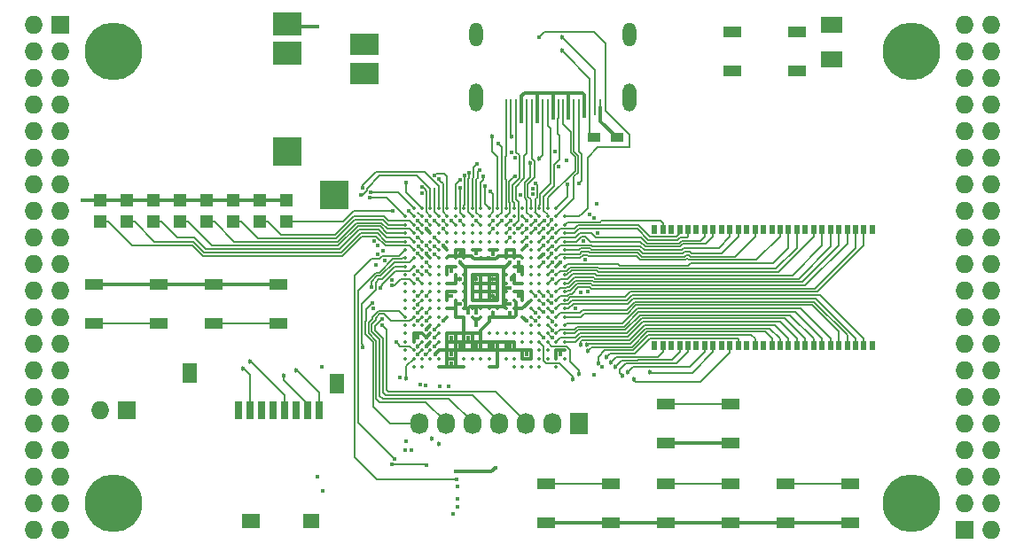
<source format=gtl>
G04 #@! TF.FileFunction,Copper,L1,Top,Signal*
%FSLAX46Y46*%
G04 Gerber Fmt 4.6, Leading zero omitted, Abs format (unit mm)*
G04 Created by KiCad (PCBNEW 4.0.5+dfsg1-4) date Thu May  4 11:24:41 2017*
%MOMM*%
%LPD*%
G01*
G04 APERTURE LIST*
%ADD10C,0.100000*%
%ADD11C,0.350000*%
%ADD12R,2.032000X1.524000*%
%ADD13R,0.700000X1.800000*%
%ADD14R,1.600000X1.400000*%
%ADD15R,1.800000X1.400000*%
%ADD16R,1.400000X1.900000*%
%ADD17R,1.800000X1.100000*%
%ADD18R,1.198880X1.198880*%
%ADD19R,2.800000X2.200000*%
%ADD20R,2.800000X2.800000*%
%ADD21R,2.800000X2.000000*%
%ADD22R,0.560000X0.900000*%
%ADD23O,1.300000X2.700000*%
%ADD24O,1.300000X2.300000*%
%ADD25R,0.250000X1.600000*%
%ADD26R,1.727200X1.727200*%
%ADD27O,1.727200X1.727200*%
%ADD28C,5.500000*%
%ADD29R,1.200000X0.900000*%
%ADD30R,1.727200X2.032000*%
%ADD31O,1.727200X2.032000*%
%ADD32C,0.400000*%
%ADD33C,0.454000*%
%ADD34C,0.300000*%
%ADD35C,0.190000*%
%ADD36C,0.200000*%
G04 APERTURE END LIST*
D10*
D11*
X131680000Y-80200000D03*
X132480000Y-80200000D03*
X133280000Y-80200000D03*
X134080000Y-80200000D03*
X134880000Y-80200000D03*
X135680000Y-80200000D03*
X136480000Y-80200000D03*
X137280000Y-80200000D03*
X138080000Y-80200000D03*
X138880000Y-80200000D03*
X139680000Y-80200000D03*
X140480000Y-80200000D03*
X141280000Y-80200000D03*
X142080000Y-80200000D03*
X142880000Y-80200000D03*
X143680000Y-80200000D03*
X144480000Y-80200000D03*
X145280000Y-80200000D03*
X130880000Y-81000000D03*
X131680000Y-81000000D03*
X132480000Y-81000000D03*
X133280000Y-81000000D03*
X134080000Y-81000000D03*
X134880000Y-81000000D03*
X135680000Y-81000000D03*
X136480000Y-81000000D03*
X137280000Y-81000000D03*
X138080000Y-81000000D03*
X138880000Y-81000000D03*
X139680000Y-81000000D03*
X140480000Y-81000000D03*
X141280000Y-81000000D03*
X142080000Y-81000000D03*
X142880000Y-81000000D03*
X143680000Y-81000000D03*
X144480000Y-81000000D03*
X145280000Y-81000000D03*
X146080000Y-81000000D03*
X130880000Y-81800000D03*
X131680000Y-81800000D03*
X132480000Y-81800000D03*
X133280000Y-81800000D03*
X134080000Y-81800000D03*
X134880000Y-81800000D03*
X135680000Y-81800000D03*
X136480000Y-81800000D03*
X137280000Y-81800000D03*
X138080000Y-81800000D03*
X138880000Y-81800000D03*
X139680000Y-81800000D03*
X140480000Y-81800000D03*
X141280000Y-81800000D03*
X142080000Y-81800000D03*
X142880000Y-81800000D03*
X143680000Y-81800000D03*
X144480000Y-81800000D03*
X145280000Y-81800000D03*
X146080000Y-81800000D03*
X130880000Y-82600000D03*
X131680000Y-82600000D03*
X132480000Y-82600000D03*
X133280000Y-82600000D03*
X134080000Y-82600000D03*
X134880000Y-82600000D03*
X135680000Y-82600000D03*
X136480000Y-82600000D03*
X137280000Y-82600000D03*
X138080000Y-82600000D03*
X138880000Y-82600000D03*
X139680000Y-82600000D03*
X140480000Y-82600000D03*
X141280000Y-82600000D03*
X142080000Y-82600000D03*
X142880000Y-82600000D03*
X143680000Y-82600000D03*
X144480000Y-82600000D03*
X145280000Y-82600000D03*
X146080000Y-82600000D03*
X130880000Y-83400000D03*
X131680000Y-83400000D03*
X132480000Y-83400000D03*
X133280000Y-83400000D03*
X134080000Y-83400000D03*
X134880000Y-83400000D03*
X135680000Y-83400000D03*
X136480000Y-83400000D03*
X137280000Y-83400000D03*
X138080000Y-83400000D03*
X138880000Y-83400000D03*
X139680000Y-83400000D03*
X140480000Y-83400000D03*
X141280000Y-83400000D03*
X142080000Y-83400000D03*
X142880000Y-83400000D03*
X143680000Y-83400000D03*
X144480000Y-83400000D03*
X145280000Y-83400000D03*
X146080000Y-83400000D03*
X130880000Y-84200000D03*
X131680000Y-84200000D03*
X132480000Y-84200000D03*
X133280000Y-84200000D03*
X134080000Y-84200000D03*
X134880000Y-84200000D03*
X135680000Y-84200000D03*
X136480000Y-84200000D03*
X137280000Y-84200000D03*
X138080000Y-84200000D03*
X138880000Y-84200000D03*
X139680000Y-84200000D03*
X140480000Y-84200000D03*
X141280000Y-84200000D03*
X142080000Y-84200000D03*
X142880000Y-84200000D03*
X143680000Y-84200000D03*
X144480000Y-84200000D03*
X145280000Y-84200000D03*
X146080000Y-84200000D03*
X130880000Y-85000000D03*
X131680000Y-85000000D03*
X132480000Y-85000000D03*
X133280000Y-85000000D03*
X134080000Y-85000000D03*
X134880000Y-85000000D03*
X135680000Y-85000000D03*
X136480000Y-85000000D03*
X137280000Y-85000000D03*
X138080000Y-85000000D03*
X138880000Y-85000000D03*
X139680000Y-85000000D03*
X140480000Y-85000000D03*
X141280000Y-85000000D03*
X142080000Y-85000000D03*
X142880000Y-85000000D03*
X143680000Y-85000000D03*
X144480000Y-85000000D03*
X145280000Y-85000000D03*
X146080000Y-85000000D03*
X130880000Y-85800000D03*
X131680000Y-85800000D03*
X132480000Y-85800000D03*
X133280000Y-85800000D03*
X134080000Y-85800000D03*
X134880000Y-85800000D03*
X135680000Y-85800000D03*
X136480000Y-85800000D03*
X137280000Y-85800000D03*
X138080000Y-85800000D03*
X138880000Y-85800000D03*
X139680000Y-85800000D03*
X140480000Y-85800000D03*
X141280000Y-85800000D03*
X142080000Y-85800000D03*
X142880000Y-85800000D03*
X143680000Y-85800000D03*
X144480000Y-85800000D03*
X145280000Y-85800000D03*
X146080000Y-85800000D03*
X130880000Y-86600000D03*
X131680000Y-86600000D03*
X132480000Y-86600000D03*
X133280000Y-86600000D03*
X134080000Y-86600000D03*
X134880000Y-86600000D03*
X135680000Y-86600000D03*
X136480000Y-86600000D03*
X137280000Y-86600000D03*
X138080000Y-86600000D03*
X138880000Y-86600000D03*
X139680000Y-86600000D03*
X140480000Y-86600000D03*
X141280000Y-86600000D03*
X142080000Y-86600000D03*
X142880000Y-86600000D03*
X143680000Y-86600000D03*
X144480000Y-86600000D03*
X145280000Y-86600000D03*
X146080000Y-86600000D03*
X130880000Y-87400000D03*
X131680000Y-87400000D03*
X132480000Y-87400000D03*
X133280000Y-87400000D03*
X134080000Y-87400000D03*
X134880000Y-87400000D03*
X135680000Y-87400000D03*
X136480000Y-87400000D03*
X137280000Y-87400000D03*
X138080000Y-87400000D03*
X138880000Y-87400000D03*
X139680000Y-87400000D03*
X140480000Y-87400000D03*
X141280000Y-87400000D03*
X142080000Y-87400000D03*
X142880000Y-87400000D03*
X143680000Y-87400000D03*
X144480000Y-87400000D03*
X145280000Y-87400000D03*
X146080000Y-87400000D03*
X130880000Y-88200000D03*
X131680000Y-88200000D03*
X132480000Y-88200000D03*
X133280000Y-88200000D03*
X134080000Y-88200000D03*
X134880000Y-88200000D03*
X135680000Y-88200000D03*
X136480000Y-88200000D03*
X137280000Y-88200000D03*
X138080000Y-88200000D03*
X138880000Y-88200000D03*
X139680000Y-88200000D03*
X140480000Y-88200000D03*
X141280000Y-88200000D03*
X142080000Y-88200000D03*
X142880000Y-88200000D03*
X143680000Y-88200000D03*
X144480000Y-88200000D03*
X145280000Y-88200000D03*
X146080000Y-88200000D03*
X130880000Y-89000000D03*
X131680000Y-89000000D03*
X132480000Y-89000000D03*
X133280000Y-89000000D03*
X134080000Y-89000000D03*
X134880000Y-89000000D03*
X135680000Y-89000000D03*
X136480000Y-89000000D03*
X137280000Y-89000000D03*
X138080000Y-89000000D03*
X138880000Y-89000000D03*
X139680000Y-89000000D03*
X140480000Y-89000000D03*
X141280000Y-89000000D03*
X142080000Y-89000000D03*
X142880000Y-89000000D03*
X143680000Y-89000000D03*
X144480000Y-89000000D03*
X145280000Y-89000000D03*
X146080000Y-89000000D03*
X130880000Y-89800000D03*
X131680000Y-89800000D03*
X132480000Y-89800000D03*
X133280000Y-89800000D03*
X134080000Y-89800000D03*
X134880000Y-89800000D03*
X135680000Y-89800000D03*
X136480000Y-89800000D03*
X137280000Y-89800000D03*
X138080000Y-89800000D03*
X138880000Y-89800000D03*
X139680000Y-89800000D03*
X140480000Y-89800000D03*
X141280000Y-89800000D03*
X142080000Y-89800000D03*
X142880000Y-89800000D03*
X143680000Y-89800000D03*
X144480000Y-89800000D03*
X145280000Y-89800000D03*
X146080000Y-89800000D03*
X130880000Y-90600000D03*
X131680000Y-90600000D03*
X132480000Y-90600000D03*
X133280000Y-90600000D03*
X134080000Y-90600000D03*
X134880000Y-90600000D03*
X135680000Y-90600000D03*
X136480000Y-90600000D03*
X137280000Y-90600000D03*
X138080000Y-90600000D03*
X138880000Y-90600000D03*
X139680000Y-90600000D03*
X140480000Y-90600000D03*
X141280000Y-90600000D03*
X142080000Y-90600000D03*
X142880000Y-90600000D03*
X143680000Y-90600000D03*
X144480000Y-90600000D03*
X145280000Y-90600000D03*
X146080000Y-90600000D03*
X130880000Y-91400000D03*
X131680000Y-91400000D03*
X132480000Y-91400000D03*
X133280000Y-91400000D03*
X134080000Y-91400000D03*
X142880000Y-91400000D03*
X143680000Y-91400000D03*
X144480000Y-91400000D03*
X145280000Y-91400000D03*
X146080000Y-91400000D03*
X130880000Y-92200000D03*
X131680000Y-92200000D03*
X132480000Y-92200000D03*
X133280000Y-92200000D03*
X134080000Y-92200000D03*
X134880000Y-92200000D03*
X135680000Y-92200000D03*
X136480000Y-92200000D03*
X137280000Y-92200000D03*
X138080000Y-92200000D03*
X138880000Y-92200000D03*
X139680000Y-92200000D03*
X140480000Y-92200000D03*
X141280000Y-92200000D03*
X142080000Y-92200000D03*
X142880000Y-92200000D03*
X143680000Y-92200000D03*
X144480000Y-92200000D03*
X145280000Y-92200000D03*
X146080000Y-92200000D03*
X130880000Y-93000000D03*
X131680000Y-93000000D03*
X132480000Y-93000000D03*
X133280000Y-93000000D03*
X134080000Y-93000000D03*
X134880000Y-93000000D03*
X135680000Y-93000000D03*
X136480000Y-93000000D03*
X137280000Y-93000000D03*
X138080000Y-93000000D03*
X138880000Y-93000000D03*
X139680000Y-93000000D03*
X140480000Y-93000000D03*
X141280000Y-93000000D03*
X142080000Y-93000000D03*
X142880000Y-93000000D03*
X143680000Y-93000000D03*
X144480000Y-93000000D03*
X145280000Y-93000000D03*
X146080000Y-93000000D03*
X130880000Y-93800000D03*
X131680000Y-93800000D03*
X132480000Y-93800000D03*
X133280000Y-93800000D03*
X134080000Y-93800000D03*
X134880000Y-93800000D03*
X135680000Y-93800000D03*
X136480000Y-93800000D03*
X137280000Y-93800000D03*
X138080000Y-93800000D03*
X138880000Y-93800000D03*
X139680000Y-93800000D03*
X140480000Y-93800000D03*
X141280000Y-93800000D03*
X142080000Y-93800000D03*
X142880000Y-93800000D03*
X143680000Y-93800000D03*
X144480000Y-93800000D03*
X145280000Y-93800000D03*
X146080000Y-93800000D03*
X130880000Y-94600000D03*
X131680000Y-94600000D03*
X132480000Y-94600000D03*
X133280000Y-94600000D03*
X134080000Y-94600000D03*
X134880000Y-94600000D03*
X135680000Y-94600000D03*
X136480000Y-94600000D03*
X137280000Y-94600000D03*
X138080000Y-94600000D03*
X138880000Y-94600000D03*
X139680000Y-94600000D03*
X140480000Y-94600000D03*
X141280000Y-94600000D03*
X142080000Y-94600000D03*
X142880000Y-94600000D03*
X143680000Y-94600000D03*
X144480000Y-94600000D03*
X145280000Y-94600000D03*
X146080000Y-94600000D03*
X131680000Y-95400000D03*
X132480000Y-95400000D03*
X134080000Y-95400000D03*
X134880000Y-95400000D03*
X135680000Y-95400000D03*
X136480000Y-95400000D03*
X138880000Y-95400000D03*
X139680000Y-95400000D03*
X141280000Y-95400000D03*
X142080000Y-95400000D03*
X142880000Y-95400000D03*
X143680000Y-95400000D03*
X145280000Y-95400000D03*
D12*
X171570000Y-65992000D03*
X171570000Y-62690000D03*
D13*
X114930000Y-99520000D03*
X116030000Y-99520000D03*
X117130000Y-99520000D03*
X118230000Y-99520000D03*
X119330000Y-99520000D03*
X120430000Y-99520000D03*
X121530000Y-99520000D03*
X122630000Y-99520000D03*
D14*
X121920000Y-110120000D03*
D15*
X116120000Y-110120000D03*
D16*
X124320000Y-96970000D03*
X110270000Y-95970000D03*
D17*
X101160000Y-87510000D03*
X107360000Y-87510000D03*
X101160000Y-91210000D03*
X107360000Y-91210000D03*
X112590000Y-87510000D03*
X118790000Y-87510000D03*
X112590000Y-91210000D03*
X118790000Y-91210000D03*
X161970000Y-102640000D03*
X155770000Y-102640000D03*
X161970000Y-98940000D03*
X155770000Y-98940000D03*
X161970000Y-110260000D03*
X155770000Y-110260000D03*
X161970000Y-106560000D03*
X155770000Y-106560000D03*
X150540000Y-110260000D03*
X144340000Y-110260000D03*
X150540000Y-106560000D03*
X144340000Y-106560000D03*
X173400000Y-110260000D03*
X167200000Y-110260000D03*
X173400000Y-106560000D03*
X167200000Y-106560000D03*
D18*
X119500000Y-81519020D03*
X119500000Y-79420980D03*
X116960000Y-81519020D03*
X116960000Y-79420980D03*
X114420000Y-81519020D03*
X114420000Y-79420980D03*
X111880000Y-81519020D03*
X111880000Y-79420980D03*
X109340000Y-81519020D03*
X109340000Y-79420980D03*
X106800000Y-81519020D03*
X106800000Y-79420980D03*
X104260000Y-81519020D03*
X104260000Y-79420980D03*
X101720000Y-81519020D03*
X101720000Y-79420980D03*
D19*
X119610000Y-62640000D03*
X119610000Y-65440000D03*
D20*
X119610000Y-74840000D03*
X124060000Y-78940000D03*
D21*
X127010000Y-67340000D03*
X127010000Y-64540000D03*
D22*
X175480000Y-82270000D03*
X154680000Y-93330000D03*
X155480000Y-93330000D03*
X156280000Y-93330000D03*
X157080000Y-93330000D03*
X157880000Y-93330000D03*
X158680000Y-93330000D03*
X159480000Y-93330000D03*
X160280000Y-93330000D03*
X161080000Y-93330000D03*
X161880000Y-93330000D03*
X162680000Y-93330000D03*
X163480000Y-93330000D03*
X164280000Y-93330000D03*
X165080000Y-93330000D03*
X165880000Y-93330000D03*
X166680000Y-93330000D03*
X167480000Y-93330000D03*
X168280000Y-93330000D03*
X169080000Y-93330000D03*
X169880000Y-93330000D03*
X170680000Y-93330000D03*
X171480000Y-93330000D03*
X172280000Y-93330000D03*
X173080000Y-93330000D03*
X173880000Y-93330000D03*
X174680000Y-93330000D03*
X175480000Y-93330000D03*
X174680000Y-82270000D03*
X173880000Y-82270000D03*
X173080000Y-82270000D03*
X172280000Y-82270000D03*
X171480000Y-82270000D03*
X170680000Y-82270000D03*
X169880000Y-82270000D03*
X169080000Y-82270000D03*
X168280000Y-82270000D03*
X167480000Y-82270000D03*
X166680000Y-82270000D03*
X165880000Y-82270000D03*
X165080000Y-82270000D03*
X164280000Y-82270000D03*
X163480000Y-82270000D03*
X162680000Y-82270000D03*
X161880000Y-82270000D03*
X161080000Y-82270000D03*
X160280000Y-82270000D03*
X159480000Y-82270000D03*
X158680000Y-82270000D03*
X157880000Y-82270000D03*
X157080000Y-82270000D03*
X156280000Y-82270000D03*
X155480000Y-82270000D03*
X154680000Y-82270000D03*
D23*
X152280000Y-69650000D03*
X137680000Y-69650000D03*
D24*
X137680000Y-63600000D03*
D25*
X140480000Y-70600000D03*
X140980000Y-70600000D03*
X141480000Y-70600000D03*
X141980000Y-70600000D03*
X142480000Y-70600000D03*
X142980000Y-70600000D03*
X143480000Y-70600000D03*
X143980000Y-70600000D03*
X144480000Y-70600000D03*
X144980000Y-70600000D03*
X145480000Y-70600000D03*
X145980000Y-70600000D03*
X146480000Y-70600000D03*
X146980000Y-70600000D03*
X147480000Y-70600000D03*
X147980000Y-70600000D03*
X148480000Y-70600000D03*
X148980000Y-70600000D03*
X149480000Y-70600000D03*
D24*
X152280000Y-63600000D03*
D26*
X97910000Y-62690000D03*
D27*
X95370000Y-62690000D03*
X97910000Y-65230000D03*
X95370000Y-65230000D03*
X97910000Y-67770000D03*
X95370000Y-67770000D03*
X97910000Y-70310000D03*
X95370000Y-70310000D03*
X97910000Y-72850000D03*
X95370000Y-72850000D03*
X97910000Y-75390000D03*
X95370000Y-75390000D03*
X97910000Y-77930000D03*
X95370000Y-77930000D03*
X97910000Y-80470000D03*
X95370000Y-80470000D03*
X97910000Y-83010000D03*
X95370000Y-83010000D03*
X97910000Y-85550000D03*
X95370000Y-85550000D03*
X97910000Y-88090000D03*
X95370000Y-88090000D03*
X97910000Y-90630000D03*
X95370000Y-90630000D03*
X97910000Y-93170000D03*
X95370000Y-93170000D03*
X97910000Y-95710000D03*
X95370000Y-95710000D03*
X97910000Y-98250000D03*
X95370000Y-98250000D03*
X97910000Y-100790000D03*
X95370000Y-100790000D03*
X97910000Y-103330000D03*
X95370000Y-103330000D03*
X97910000Y-105870000D03*
X95370000Y-105870000D03*
X97910000Y-108410000D03*
X95370000Y-108410000D03*
X97910000Y-110950000D03*
X95370000Y-110950000D03*
D26*
X184270000Y-110950000D03*
D27*
X186810000Y-110950000D03*
X184270000Y-108410000D03*
X186810000Y-108410000D03*
X184270000Y-105870000D03*
X186810000Y-105870000D03*
X184270000Y-103330000D03*
X186810000Y-103330000D03*
X184270000Y-100790000D03*
X186810000Y-100790000D03*
X184270000Y-98250000D03*
X186810000Y-98250000D03*
X184270000Y-95710000D03*
X186810000Y-95710000D03*
X184270000Y-93170000D03*
X186810000Y-93170000D03*
X184270000Y-90630000D03*
X186810000Y-90630000D03*
X184270000Y-88090000D03*
X186810000Y-88090000D03*
X184270000Y-85550000D03*
X186810000Y-85550000D03*
X184270000Y-83010000D03*
X186810000Y-83010000D03*
X184270000Y-80470000D03*
X186810000Y-80470000D03*
X184270000Y-77930000D03*
X186810000Y-77930000D03*
X184270000Y-75390000D03*
X186810000Y-75390000D03*
X184270000Y-72850000D03*
X186810000Y-72850000D03*
X184270000Y-70310000D03*
X186810000Y-70310000D03*
X184270000Y-67770000D03*
X186810000Y-67770000D03*
X184270000Y-65230000D03*
X186810000Y-65230000D03*
X184270000Y-62690000D03*
X186810000Y-62690000D03*
D28*
X102990000Y-108410000D03*
X179190000Y-108410000D03*
X179190000Y-65230000D03*
X102990000Y-65230000D03*
D17*
X162120000Y-63380000D03*
X168320000Y-63380000D03*
X162120000Y-67080000D03*
X168320000Y-67080000D03*
D29*
X151080000Y-73485000D03*
X148880000Y-73485000D03*
D26*
X104260000Y-99520000D03*
D27*
X101720000Y-99520000D03*
D30*
X147440000Y-100790000D03*
D31*
X144900000Y-100790000D03*
X142360000Y-100790000D03*
X139820000Y-100790000D03*
X137280000Y-100790000D03*
X134740000Y-100790000D03*
X132200000Y-100790000D03*
D32*
X145680000Y-85422010D03*
X146474680Y-71591464D03*
X147980000Y-71421198D03*
X144973174Y-71597397D03*
X100017740Y-79439515D03*
X132880424Y-84565132D03*
X133710711Y-94200625D03*
X143480000Y-71900000D03*
X141986140Y-71899854D03*
X144080000Y-84600000D03*
X145680000Y-94200000D03*
X136080000Y-89400000D03*
X140880000Y-90200000D03*
X135280000Y-95000000D03*
X135280000Y-94200000D03*
X142480000Y-94200000D03*
X140880000Y-93400000D03*
X139280000Y-93400000D03*
X137680000Y-93400000D03*
X136080000Y-93400000D03*
X136880000Y-92600000D03*
X135280000Y-92600000D03*
X132880000Y-91800000D03*
X132880000Y-93400000D03*
X132880000Y-82200000D03*
D33*
X139282888Y-90185466D03*
X141042859Y-86994997D03*
X139280000Y-87000000D03*
X136110990Y-86995403D03*
X139280000Y-88600000D03*
X137680000Y-87000000D03*
X136080000Y-84600000D03*
D32*
X149185000Y-79800000D03*
X137665894Y-91402446D03*
X135273306Y-88618602D03*
X139272517Y-84611349D03*
X137680556Y-84534085D03*
X141680000Y-86200000D03*
X135280000Y-86200000D03*
X132880000Y-92600000D03*
X132080000Y-92600000D03*
X141680000Y-88600000D03*
X141680000Y-85400000D03*
X130359539Y-96375104D03*
X140880000Y-89400000D03*
X137680000Y-90172990D03*
X140880000Y-87800000D03*
X140880000Y-85400000D03*
X136880000Y-90200000D03*
D33*
X136080000Y-85400000D03*
D32*
X139280000Y-82200000D03*
X142480000Y-91000000D03*
X142480000Y-83800000D03*
X134480000Y-83800000D03*
X134480000Y-91000000D03*
X135884156Y-106800406D03*
X134989952Y-97239158D03*
X133680000Y-91800000D03*
D33*
X134074414Y-102752225D03*
D32*
X135855186Y-108022639D03*
X134198152Y-97269984D03*
D33*
X133449289Y-102232615D03*
D32*
X133680000Y-92600000D03*
X132918584Y-104800000D03*
X129560338Y-104680338D03*
X135853254Y-108792386D03*
X132849983Y-97161003D03*
X133685668Y-93402482D03*
X132322256Y-97030173D03*
X135471949Y-109409592D03*
X132858000Y-94197073D03*
X130930000Y-102458384D03*
X122480000Y-62900000D03*
D33*
X145851858Y-65189228D03*
X145873729Y-63920849D03*
D32*
X143680000Y-63900000D03*
X140080000Y-81400000D03*
D33*
X115401833Y-95513164D03*
X116075985Y-94839013D03*
X119237010Y-96188514D03*
X120492438Y-95673555D03*
D32*
X132880000Y-90200000D03*
X147480000Y-77822010D03*
X146387166Y-77918991D03*
X129574202Y-87627093D03*
X131453853Y-103296209D03*
X144885216Y-91021238D03*
D33*
X149288902Y-95043868D03*
D32*
X144885689Y-90132858D03*
D33*
X150129901Y-94414903D03*
D32*
X144890381Y-83866022D03*
D33*
X152680000Y-96550990D03*
D32*
X144894101Y-83022010D03*
D33*
X154275598Y-95924907D03*
D32*
X144901285Y-86268736D03*
D33*
X152118693Y-95894785D03*
X151619585Y-96228215D03*
D32*
X144888562Y-86993817D03*
D33*
X150902589Y-95397137D03*
D32*
X144877648Y-88622010D03*
X144869421Y-89288847D03*
D33*
X150496552Y-94981555D03*
X148342288Y-93839222D03*
D32*
X144882782Y-91877646D03*
D33*
X147644473Y-93229475D03*
D32*
X144080000Y-92600000D03*
D33*
X148224044Y-93270369D03*
D32*
X144882352Y-92577990D03*
D33*
X130952023Y-96441355D03*
D32*
X129988109Y-93000000D03*
D33*
X132080000Y-93400000D03*
D32*
X132080000Y-94200000D03*
X132080000Y-88577990D03*
X127740755Y-89253216D03*
X127858015Y-89776851D03*
X122880000Y-95400000D03*
X132880000Y-88600000D03*
X129622730Y-87102320D03*
X130839486Y-103354982D03*
X132080000Y-87000000D03*
X132880000Y-86200000D03*
X129880000Y-104200000D03*
X135778649Y-106163691D03*
X127613979Y-87797421D03*
X122465404Y-105844974D03*
X126772260Y-93496855D03*
X128457990Y-87801543D03*
X122983658Y-107217238D03*
X139782500Y-74073458D03*
D33*
X139185419Y-73378045D03*
X141029139Y-73391006D03*
X143625670Y-75521246D03*
X142775852Y-75939146D03*
D32*
X132080000Y-90200000D03*
X132080000Y-89422010D03*
X135274882Y-81390604D03*
X134480367Y-81390604D03*
X134058357Y-77465303D03*
X133668154Y-77111081D03*
X126773709Y-78308800D03*
X126604386Y-78926444D03*
X127445822Y-79226361D03*
X127566271Y-78713298D03*
X132504562Y-78200000D03*
X132505009Y-78796823D03*
X132884441Y-81391117D03*
X127880331Y-83320905D03*
X132084319Y-83022010D03*
X128241605Y-83742915D03*
X132886504Y-83777990D03*
X128715776Y-84283910D03*
X132117443Y-83866021D03*
X128271699Y-84586926D03*
X132032194Y-84565132D03*
X128880000Y-85200000D03*
X133671942Y-84595200D03*
X128104488Y-85629767D03*
X132875802Y-85421990D03*
D33*
X146880000Y-96600000D03*
X147440156Y-96014538D03*
D32*
X148880000Y-96100000D03*
X143280000Y-91000000D03*
X144082424Y-90132858D03*
X149700826Y-95417640D03*
X147123968Y-89767616D03*
X144035793Y-89397606D03*
X143281824Y-90201951D03*
X144080517Y-85397219D03*
X144886544Y-85385186D03*
X149280000Y-82600000D03*
X144080000Y-83000000D03*
X144885092Y-82177990D03*
X147595986Y-88289581D03*
X144082832Y-88584510D03*
X148280000Y-88177990D03*
X143278026Y-88595030D03*
X148877945Y-81121967D03*
X144076901Y-82186448D03*
X148468237Y-80790483D03*
X144866392Y-81333979D03*
X139280000Y-81400000D03*
X139030990Y-78600803D03*
X138474753Y-78117762D03*
X138291969Y-77164182D03*
X137754556Y-75974186D03*
X137974958Y-76577236D03*
X137680000Y-81400000D03*
X136967862Y-76797850D03*
X136540508Y-77107981D03*
X136123321Y-77473680D03*
X136102010Y-78268593D03*
X136080000Y-81400000D03*
X148063983Y-85114902D03*
X144877691Y-84532933D03*
X147880000Y-83319858D03*
X144080000Y-83800000D03*
X143019945Y-78903038D03*
X142473549Y-82998913D03*
X143086704Y-78380271D03*
X142457990Y-82191394D03*
X145520358Y-76270654D03*
X144146021Y-81374784D03*
X143323210Y-77837480D03*
X146289107Y-75636632D03*
X143302010Y-82194992D03*
X143302010Y-81381735D03*
X145172870Y-74792620D03*
X141853043Y-78968642D03*
X141657990Y-82130345D03*
X142457990Y-81382236D03*
X140924011Y-81375594D03*
X141346021Y-77170289D03*
X141046643Y-74873804D03*
X140864029Y-83041403D03*
X141329877Y-75415642D03*
X140902010Y-82179283D03*
X133680000Y-82977990D03*
X132080000Y-81400000D03*
X132080000Y-82177990D03*
X130976883Y-77755103D03*
X133680000Y-81400000D03*
X133680000Y-83822010D03*
X128702010Y-91430673D03*
X132880000Y-91000000D03*
X128681850Y-90794963D03*
X132077648Y-90977990D03*
X132080000Y-86200000D03*
X129680000Y-80500000D03*
X131180000Y-80500000D03*
X134480000Y-82200000D03*
X139480000Y-105000000D03*
X135680000Y-105400000D03*
D34*
X145280000Y-85800000D02*
X145657990Y-85422010D01*
X145657990Y-85422010D02*
X145680000Y-85422010D01*
X147980000Y-70600000D02*
X147980000Y-71421198D01*
X146480000Y-70600000D02*
X146474680Y-70605320D01*
X146474680Y-70605320D02*
X146474680Y-71308622D01*
X146474680Y-71308622D02*
X146474680Y-71591464D01*
X144973174Y-71314555D02*
X144973174Y-71597397D01*
X144980000Y-70600000D02*
X144973174Y-70606826D01*
X144973174Y-70606826D02*
X144973174Y-71314555D01*
X100036275Y-79420980D02*
X100017740Y-79439515D01*
X101720000Y-79420980D02*
X100036275Y-79420980D01*
X133280000Y-85000000D02*
X132880424Y-84600424D01*
X132880424Y-84600424D02*
X132880424Y-84565132D01*
X141280000Y-85000000D02*
X141280000Y-84800000D01*
X141280000Y-84200000D02*
X141280000Y-85000000D01*
X140480000Y-84200000D02*
X141280000Y-84200000D01*
X141280000Y-84800000D02*
X141280000Y-84200000D01*
X141905001Y-84825001D02*
X141305001Y-84825001D01*
X141305001Y-84825001D02*
X141280000Y-84800000D01*
X140480000Y-85000000D02*
X140480000Y-84200000D01*
X139680000Y-85000000D02*
X139680000Y-84898347D01*
X139680000Y-84898347D02*
X139753346Y-84825001D01*
X138280000Y-85088351D02*
X138680000Y-85088351D01*
X137463975Y-85088351D02*
X138280000Y-85088351D01*
X138280000Y-85088351D02*
X139489996Y-85088351D01*
X138080000Y-85000000D02*
X138191649Y-85000000D01*
X138191649Y-85000000D02*
X138280000Y-85088351D01*
X138880000Y-85000000D02*
X138768351Y-85000000D01*
X138768351Y-85000000D02*
X138680000Y-85088351D01*
X135680000Y-84200000D02*
X135680000Y-84800000D01*
X135680000Y-84800000D02*
X135680000Y-85000000D01*
X135054999Y-84825001D02*
X135654999Y-84825001D01*
X135654999Y-84825001D02*
X135680000Y-84800000D01*
X136480000Y-85000000D02*
X136480000Y-84200000D01*
X134880000Y-85000000D02*
X135054999Y-84825001D01*
X138880000Y-87400000D02*
X139680000Y-87400000D01*
X138880000Y-88200000D02*
X138880000Y-89000000D01*
X138880000Y-88200000D02*
X139680000Y-88200000D01*
X137280000Y-88200000D02*
X138080000Y-88200000D01*
X141454999Y-89174999D02*
X141280000Y-89000000D01*
X141454999Y-90425001D02*
X141454999Y-89174999D01*
X141280000Y-90600000D02*
X141454999Y-90425001D01*
X134080000Y-93800000D02*
X133710711Y-94169289D01*
X133710711Y-94169289D02*
X133710711Y-94200625D01*
X142280000Y-69200000D02*
X143480000Y-69200000D01*
X143480000Y-69200000D02*
X144980000Y-69200000D01*
X143480000Y-70600000D02*
X143480000Y-69200000D01*
X144980000Y-69200000D02*
X146480000Y-69200000D01*
X144980000Y-70600000D02*
X144980000Y-69200000D01*
X146480000Y-69200000D02*
X147780000Y-69200000D01*
X146480000Y-70600000D02*
X146480000Y-69200000D01*
X147980000Y-69400000D02*
X147980000Y-70600000D01*
X147780000Y-69200000D02*
X147980000Y-69400000D01*
X141980000Y-70600000D02*
X141980000Y-69500000D01*
X141980000Y-69500000D02*
X142280000Y-69200000D01*
X143480000Y-70600000D02*
X143480000Y-71900000D01*
X116960000Y-79420980D02*
X119500000Y-79420980D01*
X114420000Y-79420980D02*
X116960000Y-79420980D01*
X111880000Y-79420980D02*
X114420000Y-79420980D01*
X109340000Y-79420980D02*
X111880000Y-79420980D01*
X106800000Y-79420980D02*
X109340000Y-79420980D01*
X104260000Y-79420980D02*
X106800000Y-79420980D01*
X101720000Y-79420980D02*
X104260000Y-79420980D01*
X141980000Y-71893714D02*
X141986140Y-71899854D01*
X141980000Y-70600000D02*
X141980000Y-71893714D01*
X143680000Y-85000000D02*
X144080000Y-84600000D01*
X142080000Y-89800000D02*
X142880000Y-89000000D01*
X145680000Y-93800000D02*
X145280000Y-93800000D01*
X146080000Y-93800000D02*
X145680000Y-93800000D01*
X145680000Y-93800000D02*
X145680000Y-94200000D01*
X135680000Y-89400000D02*
X135680000Y-89800000D01*
X135680000Y-89000000D02*
X135680000Y-89400000D01*
X135680000Y-89400000D02*
X136080000Y-89400000D01*
X140880000Y-90600000D02*
X141280000Y-90600000D01*
X139280000Y-90600000D02*
X140880000Y-90600000D01*
X140880000Y-90600000D02*
X140880000Y-90200000D01*
X135280000Y-95400000D02*
X135680000Y-95400000D01*
X134880000Y-95400000D02*
X135280000Y-95400000D01*
X135280000Y-95400000D02*
X135280000Y-95000000D01*
X135280000Y-93800000D02*
X135680000Y-93800000D01*
X134880000Y-93800000D02*
X135280000Y-93800000D01*
X135280000Y-93800000D02*
X135280000Y-94200000D01*
X142480000Y-93800000D02*
X142080000Y-93800000D01*
X142880000Y-93800000D02*
X142480000Y-93800000D01*
X142480000Y-93800000D02*
X142480000Y-94200000D01*
X140880000Y-93000000D02*
X141280000Y-93000000D01*
X140480000Y-93000000D02*
X140880000Y-93000000D01*
X140880000Y-93000000D02*
X140880000Y-93400000D01*
X139280000Y-93000000D02*
X138880000Y-93000000D01*
X139680000Y-93000000D02*
X139280000Y-93000000D01*
X139280000Y-93000000D02*
X139280000Y-93400000D01*
X137680000Y-93000000D02*
X137280000Y-93000000D01*
X137680000Y-93000000D02*
X137680000Y-93400000D01*
X138080000Y-93000000D02*
X137680000Y-93000000D01*
X136080000Y-93000000D02*
X135680000Y-93000000D01*
X136480000Y-93000000D02*
X136080000Y-93000000D01*
X136080000Y-93000000D02*
X136080000Y-93400000D01*
X136880000Y-93000000D02*
X136480000Y-93000000D01*
X137280000Y-93000000D02*
X136880000Y-93000000D01*
X136880000Y-93000000D02*
X136880000Y-92600000D01*
X135280000Y-93000000D02*
X135680000Y-93000000D01*
X134880000Y-93000000D02*
X135280000Y-93000000D01*
X135280000Y-93000000D02*
X135280000Y-92600000D01*
X133280000Y-91400000D02*
X132880000Y-91800000D01*
X133280000Y-93000000D02*
X132880000Y-93400000D01*
X133280000Y-82600000D02*
X132880000Y-82200000D01*
X139753346Y-84825001D02*
X141905001Y-84825001D01*
X135054999Y-84825001D02*
X137200625Y-84825001D01*
X137200625Y-84825001D02*
X137463975Y-85088351D01*
X139489996Y-85088351D02*
X139753346Y-84825001D01*
X141905001Y-84825001D02*
X142080000Y-85000000D01*
X139282888Y-90506492D02*
X139282888Y-90185466D01*
X139280000Y-90600000D02*
X139282888Y-90597112D01*
X139282888Y-90597112D02*
X139282888Y-90506492D01*
X141042859Y-86837141D02*
X141042859Y-86994997D01*
X141280000Y-86600000D02*
X141042859Y-86837141D01*
X139680000Y-87000000D02*
X139680000Y-89000000D01*
X139680000Y-86600000D02*
X139680000Y-87000000D01*
X139680000Y-87000000D02*
X139280000Y-87000000D01*
X135684597Y-86995403D02*
X135789964Y-86995403D01*
X135680000Y-87000000D02*
X135684597Y-86995403D01*
X135789964Y-86995403D02*
X136110990Y-86995403D01*
X135680000Y-87000000D02*
X135680000Y-86600000D01*
X135680000Y-87400000D02*
X135680000Y-87000000D01*
X138880000Y-90600000D02*
X138880000Y-91091880D01*
X138880000Y-91091880D02*
X138080000Y-91891880D01*
X138080000Y-91891880D02*
X138080000Y-92200000D01*
X136480000Y-90600000D02*
X136480000Y-92200000D01*
X138880000Y-90600000D02*
X139280000Y-90600000D01*
X139680000Y-89000000D02*
X139280000Y-88600000D01*
X137280000Y-86600000D02*
X137680000Y-87000000D01*
X136480000Y-84200000D02*
X136080000Y-84600000D01*
X141280000Y-86600000D02*
X141280000Y-87400000D01*
X142080000Y-87400000D02*
X141280000Y-87400000D01*
X141280000Y-89800000D02*
X142080000Y-89800000D01*
X135680000Y-84200000D02*
X136480000Y-84200000D01*
X134880000Y-87400000D02*
X135680000Y-87400000D01*
X138880000Y-86600000D02*
X138880000Y-89000000D01*
X138080000Y-86600000D02*
X138080000Y-89000000D01*
X139680000Y-87400000D02*
X137280000Y-87400000D01*
X137280000Y-88200000D02*
X139680000Y-88200000D01*
X137280000Y-86600000D02*
X137280000Y-89000000D01*
X138880000Y-86600000D02*
X139680000Y-86600000D01*
X138080000Y-86600000D02*
X138880000Y-86600000D01*
X137280000Y-86600000D02*
X138080000Y-86600000D01*
X138880000Y-89000000D02*
X139680000Y-89000000D01*
X138080000Y-89000000D02*
X138880000Y-89000000D01*
X137280000Y-89000000D02*
X138080000Y-89000000D01*
X135680000Y-89800000D02*
X134880000Y-89800000D01*
X135680000Y-90600000D02*
X135680000Y-89800000D01*
X135680000Y-90600000D02*
X136480000Y-90600000D01*
X140480000Y-93000000D02*
X139680000Y-93000000D01*
X139680000Y-93800000D02*
X140480000Y-93800000D01*
X139680000Y-93800000D02*
X139680000Y-94600000D01*
X139680000Y-95400000D02*
X139680000Y-94600000D01*
X138880000Y-95400000D02*
X139680000Y-95400000D01*
X135680000Y-95400000D02*
X136480000Y-95400000D01*
X135680000Y-95400000D02*
X135680000Y-94600000D01*
X134880000Y-95400000D02*
X134080000Y-95400000D01*
X134880000Y-94600000D02*
X134880000Y-95400000D01*
X134080000Y-93800000D02*
X134880000Y-93800000D01*
X134880000Y-94600000D02*
X134880000Y-93800000D01*
X135680000Y-94600000D02*
X134880000Y-94600000D01*
X135680000Y-93800000D02*
X135680000Y-94600000D01*
X134880000Y-93000000D02*
X134880000Y-93800000D01*
X134880000Y-92200000D02*
X134880000Y-93000000D01*
X135680000Y-92200000D02*
X134880000Y-92200000D01*
X135680000Y-93800000D02*
X136480000Y-93800000D01*
X135680000Y-93000000D02*
X135680000Y-93800000D01*
X135680000Y-92200000D02*
X135680000Y-93000000D01*
X135680000Y-92200000D02*
X136480000Y-92200000D01*
X136480000Y-92200000D02*
X137280000Y-92200000D01*
X137280000Y-93800000D02*
X137280000Y-93000000D01*
X136480000Y-93800000D02*
X137280000Y-93800000D01*
X136480000Y-93000000D02*
X136480000Y-93800000D01*
X136480000Y-92200000D02*
X136480000Y-93000000D01*
X137280000Y-92200000D02*
X138080000Y-92200000D01*
X137280000Y-93800000D02*
X138080000Y-93800000D01*
X137280000Y-92200000D02*
X137280000Y-93000000D01*
X138080000Y-92200000D02*
X138080000Y-93000000D01*
X138080000Y-93000000D02*
X138880000Y-93000000D01*
X138080000Y-93800000D02*
X138080000Y-93000000D01*
X138880000Y-93800000D02*
X138080000Y-93800000D01*
X138880000Y-93000000D02*
X138880000Y-93800000D01*
X139680000Y-93800000D02*
X139680000Y-93000000D01*
X138880000Y-93800000D02*
X139680000Y-93800000D01*
X140480000Y-93000000D02*
X140480000Y-93800000D01*
X141280000Y-93000000D02*
X141280000Y-93800000D01*
X141280000Y-93800000D02*
X142080000Y-93800000D01*
X140480000Y-93800000D02*
X141280000Y-93800000D01*
X142080000Y-94600000D02*
X142880000Y-94600000D01*
X142080000Y-93800000D02*
X142080000Y-94600000D01*
X142880000Y-94600000D02*
X142880000Y-93800000D01*
X145280000Y-93800000D02*
X145280000Y-94600000D01*
X149480000Y-71885000D02*
X151080000Y-73485000D01*
X149480000Y-70600000D02*
X149480000Y-71885000D01*
X137665894Y-91119604D02*
X137665894Y-91402446D01*
X137665894Y-90814106D02*
X137665894Y-91119604D01*
X137680000Y-90800000D02*
X137665894Y-90814106D01*
X137680000Y-90800000D02*
X137880000Y-90800000D01*
X137480000Y-90800000D02*
X137680000Y-90800000D01*
X137880000Y-90800000D02*
X138080000Y-90600000D01*
X137280000Y-90600000D02*
X137480000Y-90800000D01*
X132880000Y-92600000D02*
X133280000Y-92200000D01*
X132480000Y-92200000D02*
X132880000Y-92600000D01*
X134990464Y-88618602D02*
X135273306Y-88618602D01*
X134898602Y-88618602D02*
X134990464Y-88618602D01*
X134880000Y-88600000D02*
X134898602Y-88618602D01*
X139272517Y-84328507D02*
X139272517Y-84611349D01*
X139272517Y-84207483D02*
X139272517Y-84328507D01*
X139280000Y-84200000D02*
X139272517Y-84207483D01*
X137680556Y-84200556D02*
X137680556Y-84251243D01*
X137680000Y-84200000D02*
X137680556Y-84200556D01*
X137680556Y-84251243D02*
X137680556Y-84534085D01*
X142080000Y-88600000D02*
X142080000Y-89000000D01*
X142080000Y-88200000D02*
X142080000Y-88600000D01*
X141680000Y-85800000D02*
X141680000Y-86200000D01*
X135280000Y-85800000D02*
X135680000Y-85800000D01*
X134880000Y-85800000D02*
X135280000Y-85800000D01*
X135280000Y-85800000D02*
X135280000Y-86200000D01*
X132080000Y-92200000D02*
X132480000Y-92200000D01*
X131680000Y-92200000D02*
X132080000Y-92200000D01*
X132080000Y-92200000D02*
X132080000Y-92600000D01*
X131680000Y-93000000D02*
X131680000Y-92200000D01*
X134880000Y-88600000D02*
X134880000Y-89000000D01*
X134880000Y-88200000D02*
X134880000Y-88600000D01*
X134880000Y-86200000D02*
X134880000Y-86600000D01*
X134880000Y-85800000D02*
X134880000Y-86200000D01*
X141680000Y-88200000D02*
X142080000Y-88200000D01*
X141280000Y-88200000D02*
X141680000Y-88200000D01*
X141680000Y-88200000D02*
X141680000Y-88600000D01*
X141680000Y-85800000D02*
X142080000Y-85800000D01*
X141280000Y-85800000D02*
X141680000Y-85800000D01*
X141680000Y-85800000D02*
X141680000Y-85400000D01*
X139280000Y-84200000D02*
X139680000Y-84200000D01*
X138880000Y-84200000D02*
X139280000Y-84200000D01*
X137680000Y-84200000D02*
X138080000Y-84200000D01*
X137280000Y-84200000D02*
X137680000Y-84200000D01*
X142080000Y-85800000D02*
X142080000Y-86600000D01*
X134880000Y-88200000D02*
X135680000Y-88200000D01*
X137680000Y-89625001D02*
X139680000Y-89625001D01*
X139680000Y-89800000D02*
X139680000Y-89625001D01*
X139680000Y-89625001D02*
X140305001Y-89625001D01*
X140305001Y-89400000D02*
X140305001Y-89000000D01*
X140305001Y-89000000D02*
X140305001Y-88200000D01*
X140480000Y-89000000D02*
X140305001Y-89000000D01*
X140305001Y-88200000D02*
X140305001Y-87800000D01*
X140480000Y-88200000D02*
X140305001Y-88200000D01*
X140305001Y-87800000D02*
X140305001Y-87400000D01*
X140305001Y-87400000D02*
X140305001Y-86600000D01*
X140480000Y-87400000D02*
X140305001Y-87400000D01*
X140305001Y-86600000D02*
X140305001Y-85974999D01*
X140480000Y-86600000D02*
X140305001Y-86600000D01*
X140480000Y-85800000D02*
X139480000Y-85800000D01*
X139480000Y-85800000D02*
X138680000Y-85800000D01*
X139680000Y-85800000D02*
X139480000Y-85800000D01*
X138680000Y-85800000D02*
X137880000Y-85800000D01*
X138880000Y-85800000D02*
X138680000Y-85800000D01*
X137880000Y-85800000D02*
X137080000Y-85800000D01*
X138080000Y-85800000D02*
X137880000Y-85800000D01*
X137080000Y-85800000D02*
X136480000Y-85800000D01*
X137280000Y-85800000D02*
X137080000Y-85800000D01*
X136654999Y-85974999D02*
X136654999Y-86600000D01*
X136654999Y-86600000D02*
X136654999Y-89000000D01*
X136480000Y-86600000D02*
X136654999Y-86600000D01*
X136654999Y-89000000D02*
X136654999Y-89625001D01*
X136480000Y-89000000D02*
X136654999Y-89000000D01*
X140305001Y-89400000D02*
X140880000Y-89400000D01*
X137054999Y-89625001D02*
X137680000Y-89625001D01*
X137680000Y-89625001D02*
X137680000Y-90172990D01*
X136880000Y-89800000D02*
X137054999Y-89625001D01*
X140305001Y-89625001D02*
X140480000Y-89800000D01*
X140305001Y-87800000D02*
X140880000Y-87800000D01*
X140305001Y-89625001D02*
X140305001Y-89400000D01*
X140480000Y-85800000D02*
X140880000Y-85400000D01*
X136480000Y-89800000D02*
X136880000Y-89800000D01*
X136880000Y-89800000D02*
X136880000Y-90200000D01*
X136480000Y-85800000D02*
X136080000Y-85400000D01*
X140305001Y-85974999D02*
X140480000Y-85800000D01*
X136480000Y-85800000D02*
X136654999Y-85974999D01*
X136654999Y-89625001D02*
X136480000Y-89800000D01*
D35*
X155770000Y-106560000D02*
X161970000Y-106560000D01*
X101160000Y-91210000D02*
X107360000Y-91210000D01*
X112590000Y-91210000D02*
X118790000Y-91210000D01*
X144340000Y-106560000D02*
X150540000Y-106560000D01*
X167200000Y-106560000D02*
X173400000Y-106560000D01*
X155770000Y-98940000D02*
X161970000Y-98940000D01*
X138880000Y-82600000D02*
X139280000Y-82200000D01*
D34*
X142080000Y-90600000D02*
X142480000Y-91000000D01*
X142254999Y-84025001D02*
X142480000Y-83800000D01*
X142080000Y-84200000D02*
X142254999Y-84025001D01*
X134880000Y-84200000D02*
X134480000Y-83800000D01*
X134880000Y-90600000D02*
X134480000Y-91000000D01*
D35*
X134080000Y-91400000D02*
X133680000Y-91800000D01*
X134080000Y-92200000D02*
X133680000Y-92600000D01*
X129560338Y-104680338D02*
X132798922Y-104680338D01*
X132798922Y-104680338D02*
X132918584Y-104800000D01*
X133685668Y-93394332D02*
X133685668Y-93402482D01*
X134080000Y-93000000D02*
X133685668Y-93394332D01*
X133280000Y-93800000D02*
X132882927Y-94197073D01*
X132882927Y-94197073D02*
X132858000Y-94197073D01*
D34*
X122480000Y-62900000D02*
X119870000Y-62900000D01*
X119870000Y-62900000D02*
X119610000Y-62640000D01*
D35*
X146078857Y-65416227D02*
X145851858Y-65189228D01*
X148480000Y-67817370D02*
X146078857Y-65416227D01*
X148480000Y-70600000D02*
X148480000Y-67817370D01*
X148480000Y-70600000D02*
X148480000Y-73085000D01*
X148480000Y-73085000D02*
X148880000Y-73485000D01*
X146100728Y-64147848D02*
X145873729Y-63920849D01*
X148980000Y-67027120D02*
X146100728Y-64147848D01*
X148980000Y-70600000D02*
X148980000Y-67027120D01*
X144180000Y-63400000D02*
X143680000Y-63900000D01*
X148880000Y-63400000D02*
X144180000Y-63400000D01*
X149980000Y-64500000D02*
X148880000Y-63400000D01*
X149980000Y-70935398D02*
X149980000Y-64500000D01*
X152280000Y-73235398D02*
X149980000Y-70935398D01*
X152280000Y-74400000D02*
X152280000Y-73235398D01*
X149280000Y-74400000D02*
X152280000Y-74400000D01*
X148280000Y-75400000D02*
X149280000Y-74400000D01*
X148280000Y-80200000D02*
X148280000Y-75400000D01*
X147780000Y-80700000D02*
X148280000Y-80200000D01*
X147480000Y-81000000D02*
X147780000Y-80700000D01*
X146080000Y-81000000D02*
X147480000Y-81000000D01*
X139680000Y-81800000D02*
X140080000Y-81400000D01*
D34*
X155770000Y-102640000D02*
X161970000Y-102640000D01*
X167200000Y-110260000D02*
X173400000Y-110260000D01*
X161970000Y-110260000D02*
X167200000Y-110260000D01*
X155770000Y-110260000D02*
X161970000Y-110260000D01*
X150540000Y-110260000D02*
X155770000Y-110260000D01*
X144340000Y-110260000D02*
X150540000Y-110260000D01*
X112590000Y-87510000D02*
X118790000Y-87510000D01*
X107360000Y-87510000D02*
X112590000Y-87510000D01*
X101160000Y-87510000D02*
X107360000Y-87510000D01*
D35*
X116030000Y-99520000D02*
X116030000Y-96141331D01*
X116030000Y-96141331D02*
X115628832Y-95740163D01*
X115628832Y-95740163D02*
X115401833Y-95513164D01*
X116302984Y-95066012D02*
X116075985Y-94839013D01*
X119330000Y-98093028D02*
X116302984Y-95066012D01*
X119330000Y-99520000D02*
X119330000Y-98093028D01*
X119237010Y-96677010D02*
X119237010Y-96188514D01*
X121530000Y-98970000D02*
X119237010Y-96677010D01*
X121530000Y-99520000D02*
X121530000Y-98970000D01*
X120719437Y-95900554D02*
X120492438Y-95673555D01*
X122630000Y-97811117D02*
X120719437Y-95900554D01*
X122630000Y-99520000D02*
X122630000Y-97811117D01*
X133280000Y-89800000D02*
X132880000Y-90200000D01*
X147679999Y-77622011D02*
X147480000Y-77822010D01*
X147719011Y-77582999D02*
X147679999Y-77622011D01*
X147719011Y-75057137D02*
X147719011Y-77582999D01*
X147480000Y-74818127D02*
X147719011Y-75057137D01*
X147480000Y-70600000D02*
X147480000Y-74818127D01*
X146387166Y-78201833D02*
X146387166Y-77918991D01*
X145280000Y-80200000D02*
X146387166Y-79092834D01*
X146387166Y-79092834D02*
X146387166Y-78201833D01*
X129857044Y-87627093D02*
X129574202Y-87627093D01*
X131680000Y-87400000D02*
X131280000Y-87000000D01*
X130484137Y-87000000D02*
X129857044Y-87627093D01*
X131280000Y-87000000D02*
X130484137Y-87000000D01*
X145280000Y-86600000D02*
X145682999Y-86197001D01*
X149417266Y-86000768D02*
X166279232Y-86000768D01*
X146245505Y-86197001D02*
X146588583Y-85853923D01*
X146588583Y-85853923D02*
X149270421Y-85853923D01*
X145682999Y-86197001D02*
X146245505Y-86197001D01*
X168280000Y-84000000D02*
X168280000Y-82910000D01*
X149270421Y-85853923D02*
X149417266Y-86000768D01*
X166279232Y-86000768D02*
X168280000Y-84000000D01*
X168280000Y-82910000D02*
X168280000Y-82270000D01*
X146225446Y-87800000D02*
X146264886Y-87760560D01*
X146500286Y-87760560D02*
X147138879Y-87121967D01*
X168811188Y-87268812D02*
X172280000Y-83800000D01*
X148745181Y-87121967D02*
X148892026Y-87268812D01*
X146264886Y-87760560D02*
X146500286Y-87760560D01*
X145680000Y-87800000D02*
X146225446Y-87800000D01*
X148892026Y-87268812D02*
X168811188Y-87268812D01*
X145280000Y-88200000D02*
X145680000Y-87800000D01*
X172280000Y-83800000D02*
X172280000Y-82910000D01*
X147138879Y-87121967D02*
X148745181Y-87121967D01*
X172280000Y-82910000D02*
X172280000Y-82270000D01*
X149468818Y-81543977D02*
X146336023Y-81543977D01*
X146336023Y-81543977D02*
X146254999Y-81625001D01*
X146254999Y-81625001D02*
X146080000Y-81800000D01*
X155480000Y-82270000D02*
X155480000Y-81630000D01*
X155480000Y-81630000D02*
X155250000Y-81400000D01*
X155250000Y-81400000D02*
X149612795Y-81400000D01*
X149612795Y-81400000D02*
X149468818Y-81543977D01*
X147011719Y-91800000D02*
X147273217Y-91538501D01*
X145680000Y-91800000D02*
X147011719Y-91800000D01*
X147273217Y-91538501D02*
X151755329Y-91538501D01*
X151755329Y-91538501D02*
X153171919Y-90121911D01*
X170680000Y-92690000D02*
X170680000Y-93330000D01*
X168111911Y-90121911D02*
X170680000Y-92690000D01*
X153171919Y-90121911D02*
X168111911Y-90121911D01*
X145280000Y-92200000D02*
X145680000Y-91800000D01*
X144480000Y-90600000D02*
X144885216Y-91005216D01*
X144885216Y-91005216D02*
X144885216Y-91021238D01*
X149288902Y-94722842D02*
X149288902Y-95043868D01*
X164280000Y-93330000D02*
X164280000Y-92690000D01*
X164280000Y-92690000D02*
X163930988Y-92340988D01*
X163930988Y-92340988D02*
X154091089Y-92340988D01*
X154091089Y-92340988D02*
X152637963Y-93794114D01*
X152637963Y-93794114D02*
X149958951Y-93794114D01*
X149958951Y-93794114D02*
X149288902Y-94464163D01*
X149288902Y-94464163D02*
X149288902Y-94722842D01*
X146631596Y-88077571D02*
X147270189Y-87438978D01*
X148760716Y-87585823D02*
X169094177Y-87585823D01*
X173080000Y-82910000D02*
X173080000Y-82270000D01*
X147270189Y-87438978D02*
X148613871Y-87438978D01*
X146396196Y-88077571D02*
X146631596Y-88077571D01*
X173080000Y-83600000D02*
X173080000Y-82910000D01*
X146273767Y-88200000D02*
X146396196Y-88077571D01*
X146080000Y-88200000D02*
X146273767Y-88200000D01*
X148613871Y-87438978D02*
X148760716Y-87585823D01*
X169094177Y-87585823D02*
X173080000Y-83600000D01*
X167480000Y-84000000D02*
X167480000Y-82910000D01*
X151186734Y-85536912D02*
X151333579Y-85683757D01*
X146080000Y-85800000D02*
X146343088Y-85536912D01*
X158098479Y-85478089D02*
X166001912Y-85478088D01*
X157892811Y-85683757D02*
X158098479Y-85478089D01*
X167480000Y-82910000D02*
X167480000Y-82270000D01*
X151333579Y-85683757D02*
X157892811Y-85683757D01*
X146343088Y-85536912D02*
X151186734Y-85536912D01*
X166001912Y-85478088D02*
X167480000Y-84000000D01*
X156868911Y-83259012D02*
X157114055Y-83013868D01*
X154091089Y-83259012D02*
X156868911Y-83259012D01*
X147078655Y-82600000D02*
X147500656Y-82177999D01*
X146080000Y-82600000D02*
X147078655Y-82600000D01*
X153010076Y-82177999D02*
X154091089Y-83259012D01*
X157880000Y-82910000D02*
X157880000Y-82270000D01*
X147500656Y-82177999D02*
X153010076Y-82177999D01*
X157776132Y-83013868D02*
X157880000Y-82910000D01*
X157114055Y-83013868D02*
X157776132Y-83013868D01*
X147404527Y-91855512D02*
X151886639Y-91855512D01*
X169880000Y-92690000D02*
X169880000Y-93330000D01*
X146080000Y-92200000D02*
X147060040Y-92200000D01*
X167628922Y-90438922D02*
X169880000Y-92690000D01*
X153303229Y-90438922D02*
X167628922Y-90438922D01*
X151886639Y-91855512D02*
X153303229Y-90438922D01*
X147060040Y-92200000D02*
X147404527Y-91855512D01*
X144812858Y-90132858D02*
X144885689Y-90132858D01*
X144480000Y-89800000D02*
X144812858Y-90132858D01*
X162647999Y-92657999D02*
X154222399Y-92657999D01*
X162680000Y-93330000D02*
X162680000Y-92690000D01*
X150433679Y-94111125D02*
X150356900Y-94187904D01*
X154222399Y-92657999D02*
X152769273Y-94111125D01*
X152769273Y-94111125D02*
X150433679Y-94111125D01*
X162680000Y-92690000D02*
X162647999Y-92657999D01*
X150356900Y-94187904D02*
X150129901Y-94414903D01*
X146322088Y-88600000D02*
X146527506Y-88394582D01*
X146762906Y-88394582D02*
X147401499Y-87755989D01*
X173880000Y-82910000D02*
X173880000Y-82270000D01*
X145280000Y-89000000D02*
X145680000Y-88600000D01*
X145680000Y-88600000D02*
X146322088Y-88600000D01*
X173880000Y-84000000D02*
X173880000Y-82910000D01*
X146527506Y-88394582D02*
X146762906Y-88394582D01*
X148482561Y-87755989D02*
X148629406Y-87902834D01*
X169977166Y-87902834D02*
X173880000Y-84000000D01*
X148629406Y-87902834D02*
X169977166Y-87902834D01*
X147401499Y-87755989D02*
X148482561Y-87755989D01*
X145677001Y-82202999D02*
X145454999Y-82425001D01*
X147027335Y-82202999D02*
X145677001Y-82202999D01*
X147369346Y-81860988D02*
X147027335Y-82202999D01*
X154222399Y-82942001D02*
X153141386Y-81860988D01*
X145454999Y-82425001D02*
X145280000Y-82600000D01*
X157080000Y-82270000D02*
X157080000Y-82599602D01*
X156737601Y-82942001D02*
X154222399Y-82942001D01*
X157080000Y-82599602D02*
X156737601Y-82942001D01*
X153141386Y-81860988D02*
X147369346Y-81860988D01*
X166472221Y-86317779D02*
X169880000Y-82910000D01*
X149139111Y-86170934D02*
X149285956Y-86317779D01*
X146744949Y-86170934D02*
X149139111Y-86170934D01*
X146315883Y-86600000D02*
X146744949Y-86170934D01*
X146080000Y-86600000D02*
X146315883Y-86600000D01*
X149285956Y-86317779D02*
X166472221Y-86317779D01*
X169880000Y-82910000D02*
X169880000Y-82270000D01*
X145682999Y-82997001D02*
X147129974Y-82997001D01*
X145280000Y-83400000D02*
X145682999Y-82997001D01*
X153405757Y-83022001D02*
X153959779Y-83576023D01*
X157245365Y-83330879D02*
X159059121Y-83330879D01*
X149077439Y-83022001D02*
X153405757Y-83022001D01*
X148636284Y-82580846D02*
X149077439Y-83022001D01*
X153959779Y-83576023D02*
X157000221Y-83576023D01*
X147546129Y-82580846D02*
X148636284Y-82580846D01*
X159059121Y-83330879D02*
X159480000Y-82910000D01*
X147129974Y-82997001D02*
X147546129Y-82580846D01*
X159480000Y-82910000D02*
X159480000Y-82270000D01*
X157000221Y-83576023D02*
X157245365Y-83330879D01*
D36*
X144480000Y-84200000D02*
X144813978Y-83866022D01*
X144813978Y-83866022D02*
X144890381Y-83866022D01*
X152906999Y-96777989D02*
X152680000Y-96550990D01*
X159082011Y-96777989D02*
X152906999Y-96777989D01*
X161880000Y-93330000D02*
X161880000Y-93980000D01*
X161880000Y-93980000D02*
X159082011Y-96777989D01*
D35*
X174680000Y-82910000D02*
X174680000Y-82270000D01*
X146658825Y-88711585D02*
X151892319Y-88711585D01*
X174680000Y-83800000D02*
X174680000Y-82910000D01*
X170260155Y-88219845D02*
X174680000Y-83800000D01*
X152384059Y-88219845D02*
X170260155Y-88219845D01*
X151892319Y-88711585D02*
X152384059Y-88219845D01*
X146370410Y-89000000D02*
X146658825Y-88711585D01*
X146080000Y-89000000D02*
X146370410Y-89000000D01*
X146080000Y-91400000D02*
X146258510Y-91221490D01*
X171480000Y-92690000D02*
X171480000Y-93330000D01*
X146258510Y-91221490D02*
X151624019Y-91221490D01*
X151624019Y-91221490D02*
X153040609Y-89804900D01*
X153040609Y-89804900D02*
X168594900Y-89804900D01*
X168594900Y-89804900D02*
X171480000Y-92690000D01*
X153828469Y-83893034D02*
X157131531Y-83893034D01*
X148562694Y-83400000D02*
X153335435Y-83400000D01*
X160280000Y-82910000D02*
X160280000Y-82270000D01*
X153335435Y-83400000D02*
X153828469Y-83893034D01*
X159542110Y-83647890D02*
X160280000Y-82910000D01*
X157376675Y-83647890D02*
X159542110Y-83647890D01*
X148060551Y-82897857D02*
X148562694Y-83400000D01*
X146080000Y-83400000D02*
X147175296Y-83400000D01*
X147175296Y-83400000D02*
X147677439Y-82897857D01*
X157131531Y-83893034D02*
X157376675Y-83647890D01*
X147677439Y-82897857D02*
X148060551Y-82897857D01*
X174680000Y-92690000D02*
X174680000Y-93330000D01*
X170526856Y-88536856D02*
X174680000Y-92690000D01*
X152515369Y-88536856D02*
X170526856Y-88536856D01*
X145280000Y-89800000D02*
X145680000Y-89400000D01*
X145680000Y-89400000D02*
X146418730Y-89400000D01*
X146418730Y-89400000D02*
X146790134Y-89028596D01*
X152023629Y-89028596D02*
X152515369Y-88536856D01*
X146790134Y-89028596D02*
X152023629Y-89028596D01*
D36*
X144480000Y-83400000D02*
X144857990Y-83022010D01*
X144857990Y-83022010D02*
X144894101Y-83022010D01*
D35*
X160280000Y-93330000D02*
X160280000Y-93970000D01*
X160280000Y-93970000D02*
X158317822Y-95932178D01*
X158317822Y-95932178D02*
X154282869Y-95932178D01*
X154282869Y-95932178D02*
X154275598Y-95924907D01*
X145677439Y-83802561D02*
X147406799Y-83802561D01*
X160801751Y-83988249D02*
X161880000Y-82910000D01*
X157484637Y-83988249D02*
X160801751Y-83988249D01*
X147467492Y-83741868D02*
X148660474Y-83741868D01*
X161880000Y-82910000D02*
X161880000Y-82270000D01*
X153340565Y-83853451D02*
X153697159Y-84210045D01*
X157262841Y-84210045D02*
X157484637Y-83988249D01*
X148660474Y-83741868D02*
X148772057Y-83853451D01*
X147406799Y-83802561D02*
X147467492Y-83741868D01*
X153697159Y-84210045D02*
X157262841Y-84210045D01*
X145280000Y-84200000D02*
X145677439Y-83802561D01*
X148772057Y-83853451D02*
X153340565Y-83853451D01*
X157394151Y-84527056D02*
X157557577Y-84363630D01*
X161062944Y-84527056D02*
X162680000Y-82910000D01*
X162680000Y-82910000D02*
X162680000Y-82270000D01*
X153565849Y-84527056D02*
X157394151Y-84527056D01*
X158229789Y-84527056D02*
X161062944Y-84527056D01*
X158066363Y-84363630D02*
X158229789Y-84527056D01*
X157557577Y-84363630D02*
X158066363Y-84363630D01*
X148640747Y-84170462D02*
X153209255Y-84170462D01*
X148529164Y-84058879D02*
X148640747Y-84170462D01*
X146080000Y-84200000D02*
X147457681Y-84200000D01*
X147457681Y-84200000D02*
X147598802Y-84058879D01*
X153209255Y-84170462D02*
X153565849Y-84527056D01*
X147598802Y-84058879D02*
X148529164Y-84058879D01*
X167845210Y-86634790D02*
X170680000Y-83800000D01*
X149007801Y-86487945D02*
X149154646Y-86634790D01*
X170680000Y-82910000D02*
X170680000Y-82270000D01*
X170680000Y-83800000D02*
X170680000Y-82910000D01*
X149154646Y-86634790D02*
X167845210Y-86634790D01*
X146876259Y-86487945D02*
X149007801Y-86487945D01*
X145280000Y-87400000D02*
X145680000Y-87000000D01*
X145680000Y-87000000D02*
X146364204Y-87000000D01*
X146364204Y-87000000D02*
X146876259Y-86487945D01*
X144811264Y-86268736D02*
X144901285Y-86268736D01*
X144480000Y-86600000D02*
X144811264Y-86268736D01*
X152631889Y-95381589D02*
X152345692Y-95667786D01*
X158068411Y-95381589D02*
X152631889Y-95381589D01*
X159480000Y-93330000D02*
X159480000Y-93970000D01*
X159480000Y-93970000D02*
X158068411Y-95381589D01*
X152345692Y-95667786D02*
X152118693Y-95894785D01*
X145280000Y-85000000D02*
X145682999Y-84597001D01*
X147730112Y-84375890D02*
X148397854Y-84375890D01*
X157935053Y-84680641D02*
X158098479Y-84844067D01*
X148397854Y-84375890D02*
X148509437Y-84487473D01*
X153434539Y-84844067D02*
X157525461Y-84844067D01*
X148509437Y-84487473D02*
X153077945Y-84487473D01*
X164280000Y-82910000D02*
X164280000Y-82270000D01*
X158098479Y-84844067D02*
X162345933Y-84844067D01*
X153077945Y-84487473D02*
X153434539Y-84844067D01*
X162345933Y-84844067D02*
X164280000Y-82910000D01*
X147509001Y-84597001D02*
X147730112Y-84375890D01*
X157688887Y-84680641D02*
X157935053Y-84680641D01*
X145682999Y-84597001D02*
X147509001Y-84597001D01*
X157525461Y-84844067D02*
X157688887Y-84680641D01*
X146080000Y-87400000D02*
X146412525Y-87400000D01*
X168420465Y-86951801D02*
X171480000Y-83892266D01*
X149023336Y-86951801D02*
X168420465Y-86951801D01*
X171480000Y-82910000D02*
X171480000Y-82270000D01*
X148876491Y-86804956D02*
X149023336Y-86951801D01*
X171480000Y-83892266D02*
X171480000Y-82910000D01*
X147007569Y-86804956D02*
X148876491Y-86804956D01*
X146412525Y-87400000D02*
X147007569Y-86804956D01*
X146080000Y-89800000D02*
X146467051Y-89800000D01*
X146467051Y-89800000D02*
X146921444Y-89345607D01*
X170043867Y-88853867D02*
X173880000Y-92690000D01*
X152646679Y-88853867D02*
X170043867Y-88853867D01*
X152154939Y-89345607D02*
X152646679Y-88853867D01*
X146921444Y-89345607D02*
X152154939Y-89345607D01*
X173880000Y-92690000D02*
X173880000Y-93330000D01*
X145280000Y-90600000D02*
X145682999Y-90197001D01*
X145682999Y-90197001D02*
X147584467Y-90197001D01*
X147584467Y-90197001D02*
X147830316Y-89951152D01*
X147830316Y-89951152D02*
X151997715Y-89951152D01*
X151997715Y-89951152D02*
X152777989Y-89170878D01*
X152777989Y-89170878D02*
X169899199Y-89170878D01*
X169899199Y-89170878D02*
X173080000Y-92351680D01*
X173080000Y-92351680D02*
X173080000Y-92690000D01*
X173080000Y-92690000D02*
X173080000Y-93330000D01*
X146080000Y-90600000D02*
X147648812Y-90600000D01*
X147648812Y-90600000D02*
X147980649Y-90268163D01*
X147980649Y-90268163D02*
X152129025Y-90268163D01*
X152909299Y-89487889D02*
X169767889Y-89487889D01*
X152129025Y-90268163D02*
X152909299Y-89487889D01*
X169767889Y-89487889D02*
X172280000Y-92000000D01*
X172280000Y-92000000D02*
X172280000Y-92690000D01*
X172280000Y-92690000D02*
X172280000Y-93330000D01*
X157880000Y-93970000D02*
X156801087Y-95048913D01*
X157880000Y-93330000D02*
X157880000Y-93970000D01*
X151943147Y-95062158D02*
X151392586Y-95612719D01*
X156801087Y-95048913D02*
X153176448Y-95048913D01*
X153176448Y-95048913D02*
X153163203Y-95062158D01*
X151392586Y-95612719D02*
X151392586Y-96001216D01*
X153163203Y-95062158D02*
X151943147Y-95062158D01*
X151392586Y-96001216D02*
X151619585Y-96228215D01*
X144886183Y-86993817D02*
X144888562Y-86993817D01*
X144480000Y-87400000D02*
X144886183Y-86993817D01*
X151129588Y-95170138D02*
X150902589Y-95397137D01*
X153045138Y-94731902D02*
X153031893Y-94745147D01*
X156318098Y-94731902D02*
X153045138Y-94731902D01*
X157080000Y-93330000D02*
X157080000Y-93970000D01*
X153031893Y-94745147D02*
X151554579Y-94745147D01*
X151554579Y-94745147D02*
X151129588Y-95170138D01*
X157080000Y-93970000D02*
X156318098Y-94731902D01*
X144877648Y-88597648D02*
X144877648Y-88622010D01*
X144480000Y-88200000D02*
X144877648Y-88597648D01*
X144768847Y-89288847D02*
X144869421Y-89288847D01*
X144480000Y-89000000D02*
X144768847Y-89288847D01*
X155480000Y-93970000D02*
X155038334Y-94411666D01*
X155480000Y-93330000D02*
X155480000Y-93970000D01*
X155038334Y-94411666D02*
X152917053Y-94411666D01*
X152917053Y-94411666D02*
X152900583Y-94428136D01*
X152900583Y-94428136D02*
X151049971Y-94428136D01*
X150723551Y-94754556D02*
X150496552Y-94981555D01*
X151049971Y-94428136D02*
X150723551Y-94754556D01*
X148569287Y-93612223D02*
X148342288Y-93839222D01*
X152506653Y-93477103D02*
X148704407Y-93477103D01*
X153959779Y-92023977D02*
X152506653Y-93477103D01*
X165880000Y-92690000D02*
X165213977Y-92023977D01*
X165880000Y-93330000D02*
X165880000Y-92690000D01*
X148704407Y-93477103D02*
X148569287Y-93612223D01*
X165213977Y-92023977D02*
X153959779Y-92023977D01*
X144882782Y-91802782D02*
X144882782Y-91877646D01*
X144480000Y-91400000D02*
X144882782Y-91802782D01*
X153434539Y-90755933D02*
X167145933Y-90755933D01*
X167145933Y-90755933D02*
X169080000Y-92690000D01*
X152017949Y-92172523D02*
X153434539Y-90755933D01*
X169080000Y-92690000D02*
X169080000Y-93330000D01*
X147108360Y-92600000D02*
X147535837Y-92172523D01*
X145680000Y-92600000D02*
X147108360Y-92600000D01*
X147535837Y-92172523D02*
X152017949Y-92172523D01*
X145280000Y-93000000D02*
X145680000Y-92600000D01*
X147667147Y-92489534D02*
X152149259Y-92489534D01*
X152149259Y-92489534D02*
X153565849Y-91072944D01*
X166662944Y-91072944D02*
X168280000Y-92690000D01*
X147156681Y-93000000D02*
X147667147Y-92489534D01*
X146080000Y-93000000D02*
X147156681Y-93000000D01*
X153565849Y-91072944D02*
X166662944Y-91072944D01*
X168280000Y-92690000D02*
X168280000Y-93330000D01*
X146080000Y-85000000D02*
X147554323Y-85000000D01*
X166680000Y-82910000D02*
X166680000Y-82270000D01*
X157811970Y-85005879D02*
X157967169Y-85161078D01*
X147554323Y-85000000D02*
X147861422Y-84692901D01*
X164428922Y-85161078D02*
X166680000Y-82910000D01*
X157967169Y-85161078D02*
X164428922Y-85161078D01*
X153303229Y-85161078D02*
X157656771Y-85161078D01*
X148378127Y-84804484D02*
X152946635Y-84804484D01*
X148266544Y-84692901D02*
X148378127Y-84804484D01*
X147861422Y-84692901D02*
X148266544Y-84692901D01*
X157656771Y-85161078D02*
X157811970Y-85005879D01*
X152946635Y-84804484D02*
X153303229Y-85161078D01*
X147798457Y-92806545D02*
X147644473Y-92960529D01*
X167480000Y-92690000D02*
X166179955Y-91389955D01*
X152280569Y-92806545D02*
X147798457Y-92806545D01*
X147644473Y-92960529D02*
X147644473Y-93229475D01*
X153697159Y-91389955D02*
X152280569Y-92806545D01*
X166179955Y-91389955D02*
X153697159Y-91389955D01*
X167480000Y-93330000D02*
X167480000Y-92690000D01*
X143680000Y-92200000D02*
X144080000Y-92600000D01*
X165696966Y-91706966D02*
X153828469Y-91706966D01*
X152375343Y-93160092D02*
X148334321Y-93160092D01*
X148334321Y-93160092D02*
X148224044Y-93270369D01*
X166680000Y-93330000D02*
X166680000Y-92690000D01*
X153828469Y-91706966D02*
X152375343Y-93160092D01*
X166680000Y-92690000D02*
X165696966Y-91706966D01*
X144857990Y-92577990D02*
X144882352Y-92577990D01*
X144480000Y-92200000D02*
X144857990Y-92577990D01*
X130952023Y-95327977D02*
X130952023Y-96120329D01*
X131680000Y-94600000D02*
X130952023Y-95327977D01*
X130952023Y-96120329D02*
X130952023Y-96441355D01*
X130388109Y-93400000D02*
X130188108Y-93199999D01*
X130188108Y-93199999D02*
X129988109Y-93000000D01*
X131280000Y-93400000D02*
X130388109Y-93400000D01*
X131680000Y-93800000D02*
X131280000Y-93400000D01*
X132080000Y-93400000D02*
X132480000Y-93000000D01*
X132480000Y-93800000D02*
X132080000Y-94200000D01*
X137280000Y-100790000D02*
X137280000Y-100637600D01*
X127679027Y-91301109D02*
X128083873Y-90896263D01*
X128083873Y-90678151D02*
X128424341Y-90337683D01*
X137280000Y-100637600D02*
X135054253Y-98411853D01*
X135054253Y-98411853D02*
X128714839Y-98411853D01*
X128714839Y-98411853D02*
X128431033Y-98128047D01*
X128431033Y-98128047D02*
X128431033Y-92765524D01*
X128431033Y-92765524D02*
X127679027Y-92013518D01*
X128829465Y-90337683D02*
X129488869Y-90997087D01*
X131505001Y-90774999D02*
X131680000Y-90600000D01*
X127679027Y-92013518D02*
X127679027Y-91301109D01*
X129488869Y-90997087D02*
X131282913Y-90997087D01*
X128083873Y-90896263D02*
X128083873Y-90678151D01*
X128424341Y-90337683D02*
X128829465Y-90337683D01*
X131282913Y-90997087D02*
X131505001Y-90774999D01*
X134740000Y-100790000D02*
X134740000Y-100637600D01*
X128114022Y-98443056D02*
X128114022Y-92896834D01*
X127694263Y-90837553D02*
X127694263Y-90619440D01*
X130705001Y-90425001D02*
X130880000Y-90600000D01*
X134740000Y-100637600D02*
X132831264Y-98728864D01*
X132831264Y-98728864D02*
X128399830Y-98728864D01*
X127694263Y-90619440D02*
X128293031Y-90020672D01*
X128399830Y-98728864D02*
X128114022Y-98443056D01*
X128114022Y-92896834D02*
X127362016Y-92144828D01*
X127362016Y-92144828D02*
X127362016Y-91169799D01*
X127362016Y-91169799D02*
X127694263Y-90837553D01*
X128293031Y-90020672D02*
X130300672Y-90020672D01*
X130300672Y-90020672D02*
X130705001Y-90425001D01*
X127125460Y-89868511D02*
X127540756Y-89453215D01*
X127797011Y-93028144D02*
X127045005Y-92276138D01*
X127125460Y-90958034D02*
X127125460Y-89868511D01*
X127045005Y-92276138D02*
X127045005Y-91038489D01*
X127540756Y-89453215D02*
X127740755Y-89253216D01*
X127797011Y-99192149D02*
X127797011Y-93028144D01*
X129394862Y-100790000D02*
X127797011Y-99192149D01*
X132200000Y-100790000D02*
X129394862Y-100790000D01*
X127045005Y-91038489D02*
X127125460Y-90958034D01*
X132102010Y-88577990D02*
X132080000Y-88577990D01*
X132480000Y-88200000D02*
X132102010Y-88577990D01*
X133280000Y-88200000D02*
X132880000Y-88600000D01*
X132480000Y-87400000D02*
X132080000Y-87000000D01*
X133280000Y-86600000D02*
X132880000Y-86200000D01*
X126350258Y-100670258D02*
X126350258Y-88089823D01*
X130549524Y-85082989D02*
X130632513Y-85000000D01*
X129700284Y-85082989D02*
X130549524Y-85082989D01*
X128407496Y-86375777D02*
X129700284Y-85082989D01*
X126350258Y-88089823D02*
X128064304Y-86375777D01*
X129880000Y-104200000D02*
X126350258Y-100670258D01*
X128064304Y-86375777D02*
X128407496Y-86375777D01*
X130632513Y-85000000D02*
X130880000Y-85000000D01*
X128143691Y-106163691D02*
X135495807Y-106163691D01*
X130880000Y-84200000D02*
X130314022Y-84765978D01*
X130314022Y-84765978D02*
X128689460Y-84765978D01*
X126033247Y-104053247D02*
X128143691Y-106163691D01*
X128423436Y-85032002D02*
X127672854Y-85032002D01*
X135495807Y-106163691D02*
X135778649Y-106163691D01*
X127672854Y-85032002D02*
X126033247Y-86671609D01*
X128689460Y-84765978D02*
X128423436Y-85032002D01*
X126033247Y-86671609D02*
X126033247Y-104053247D01*
X127613979Y-87514579D02*
X127613979Y-87797421D01*
X128538806Y-86692788D02*
X128195614Y-86692788D01*
X131680000Y-85000000D02*
X131280000Y-85400000D01*
X131280000Y-85400000D02*
X129831594Y-85400000D01*
X129831594Y-85400000D02*
X128538806Y-86692788D01*
X127613979Y-87274423D02*
X127613979Y-87514579D01*
X128195614Y-86692788D02*
X127613979Y-87274423D01*
X126727994Y-93169747D02*
X126772260Y-93214013D01*
X126727994Y-89352603D02*
X126727994Y-93169747D01*
X128035989Y-87300734D02*
X128035989Y-88044608D01*
X128035989Y-88044608D02*
X126727994Y-89352603D01*
X126772260Y-93214013D02*
X126772260Y-93496855D01*
X128670116Y-87009799D02*
X128326925Y-87009799D01*
X130880000Y-85800000D02*
X129879915Y-85800000D01*
X129879915Y-85800000D02*
X128670116Y-87009799D01*
X128326925Y-87009799D02*
X128035989Y-87300734D01*
X131680000Y-85800000D02*
X131282999Y-86197001D01*
X128657989Y-87601544D02*
X128457990Y-87801543D01*
X128657989Y-87470247D02*
X128657989Y-87601544D01*
X129931235Y-86197001D02*
X128657989Y-87470247D01*
X131282999Y-86197001D02*
X129931235Y-86197001D01*
X140078435Y-74369393D02*
X139982499Y-74273457D01*
X140078435Y-80601565D02*
X140078435Y-74369393D01*
X139680000Y-81000000D02*
X140078435Y-80601565D01*
X139982499Y-74273457D02*
X139782500Y-74073458D01*
X140480000Y-73200478D02*
X140480000Y-71590000D01*
X140513619Y-73234097D02*
X140480000Y-73200478D01*
X140513619Y-75190945D02*
X140513619Y-73234097D01*
X140457998Y-77402562D02*
X140457998Y-75246566D01*
X140480000Y-80200000D02*
X140480000Y-77424564D01*
X140480000Y-77424564D02*
X140457998Y-77402562D01*
X140457998Y-75246566D02*
X140513619Y-75190945D01*
X140480000Y-71590000D02*
X140480000Y-70600000D01*
X139185419Y-74829983D02*
X139185419Y-73699071D01*
X139680000Y-75324564D02*
X139185419Y-74829983D01*
X139680000Y-80200000D02*
X139680000Y-75324564D01*
X139185419Y-73699071D02*
X139185419Y-73378045D01*
X140980000Y-73341867D02*
X141029139Y-73391006D01*
X140980000Y-70600000D02*
X140980000Y-73341867D01*
X141280000Y-79952513D02*
X141280000Y-80200000D01*
X141480000Y-74879631D02*
X141768023Y-75167654D01*
X141280000Y-79691524D02*
X141280000Y-79952513D01*
X141768023Y-75167654D02*
X141768023Y-77372851D01*
X141480000Y-70600000D02*
X141480000Y-74879631D01*
X141114022Y-79525545D02*
X141280000Y-79691524D01*
X141114022Y-78026852D02*
X141114022Y-79525545D01*
X141768023Y-77372851D02*
X141114022Y-78026852D01*
X141431033Y-79392929D02*
X141678144Y-79640040D01*
X142236998Y-75241358D02*
X142236998Y-77352197D01*
X141431033Y-78158162D02*
X141431033Y-79392929D01*
X141454999Y-81625001D02*
X141280000Y-81800000D01*
X141678144Y-79640040D02*
X141678144Y-81401856D01*
X141678144Y-81401856D02*
X141454999Y-81625001D01*
X142236998Y-77352197D02*
X141431033Y-78158162D01*
X142480000Y-74998356D02*
X142236998Y-75241358D01*
X142480000Y-70600000D02*
X142480000Y-74998356D01*
X142980000Y-71590000D02*
X142980000Y-70600000D01*
X143224854Y-77260983D02*
X143224854Y-75723624D01*
X142980000Y-75478770D02*
X142980000Y-71590000D01*
X142592055Y-77893782D02*
X143224854Y-77260983D01*
X142880000Y-79384234D02*
X142592055Y-79096287D01*
X142880000Y-80200000D02*
X142880000Y-79384234D01*
X143224854Y-75723624D02*
X142980000Y-75478770D01*
X142592055Y-79096287D02*
X142592055Y-77893782D01*
X142775852Y-76260172D02*
X142775852Y-75939146D01*
X142775852Y-77261664D02*
X142775852Y-76260172D01*
X142275044Y-77762472D02*
X142775852Y-77261664D01*
X142275044Y-79227598D02*
X142275044Y-77762472D01*
X142481747Y-79434301D02*
X142275044Y-79227598D01*
X142481747Y-80601747D02*
X142481747Y-79434301D01*
X142880000Y-81000000D02*
X142481747Y-80601747D01*
X143852669Y-75294247D02*
X143625670Y-75521246D01*
X143980000Y-70600000D02*
X143980000Y-75166916D01*
X143980000Y-75166916D02*
X143852669Y-75294247D01*
X143759349Y-78867315D02*
X143759349Y-79873164D01*
X143759349Y-79873164D02*
X143680000Y-79952513D01*
X144480000Y-72345795D02*
X144749556Y-72615351D01*
X144749556Y-72615351D02*
X144749556Y-77877108D01*
X144749556Y-77877108D02*
X143759349Y-78867315D01*
X143680000Y-79952513D02*
X143680000Y-80200000D01*
X144480000Y-70600000D02*
X144480000Y-72345795D01*
X145066567Y-76106248D02*
X145066567Y-78115651D01*
X145640988Y-75531827D02*
X145066567Y-76106248D01*
X145480000Y-70600000D02*
X145480000Y-71590000D01*
X145066567Y-78115651D02*
X144076359Y-79105859D01*
X145480000Y-71590000D02*
X145457999Y-71612001D01*
X145457999Y-71612001D02*
X145457999Y-73105060D01*
X145457999Y-73105060D02*
X145640988Y-73288049D01*
X145640988Y-73288049D02*
X145640988Y-75531827D01*
X144080000Y-80449943D02*
X144480000Y-80849943D01*
X144480000Y-80849943D02*
X144480000Y-81000000D01*
X144080000Y-79109500D02*
X144080000Y-80449943D01*
X144076359Y-79105859D02*
X144080000Y-79109500D01*
X144076359Y-79105859D02*
X144077001Y-79106501D01*
X145980000Y-71590000D02*
X145980000Y-70600000D01*
X144480000Y-79227460D02*
X147084989Y-76622471D01*
X144480000Y-80200000D02*
X144480000Y-79227460D01*
X147084989Y-75319757D02*
X146680000Y-74914768D01*
X146680000Y-72914351D02*
X145980000Y-72214351D01*
X147084989Y-76622471D02*
X147084989Y-75319757D01*
X146680000Y-74914768D02*
X146680000Y-72914351D01*
X145980000Y-72214351D02*
X145980000Y-71590000D01*
X145980000Y-70600000D02*
X145970211Y-70600000D01*
X146980000Y-71590000D02*
X146980000Y-70600000D01*
X147402000Y-75188447D02*
X146997011Y-74783458D01*
X146997010Y-71607010D02*
X146980000Y-71590000D01*
X146997011Y-74783458D02*
X146997010Y-71607010D01*
X146997010Y-79282990D02*
X146997010Y-77206234D01*
X147402000Y-76801245D02*
X147402000Y-75188447D01*
X145280000Y-81000000D02*
X146997010Y-79282990D01*
X146997010Y-77206234D02*
X147402000Y-76801245D01*
X132480000Y-89800000D02*
X132080000Y-90200000D01*
X132080000Y-89400000D02*
X132080000Y-89422010D01*
X132480000Y-89000000D02*
X132080000Y-89400000D01*
X135680000Y-81800000D02*
X135274882Y-81394882D01*
X135274882Y-81394882D02*
X135274882Y-81390604D01*
X134480367Y-81400367D02*
X134480367Y-81390604D01*
X134880000Y-81800000D02*
X134480367Y-81400367D01*
X134480099Y-80600099D02*
X134480099Y-77887045D01*
X134880000Y-81000000D02*
X134480099Y-80600099D01*
X134480099Y-77887045D02*
X134258356Y-77665302D01*
X134258356Y-77665302D02*
X134058357Y-77465303D01*
X134880000Y-80200000D02*
X134880000Y-77204970D01*
X134586112Y-76911082D02*
X133868153Y-76911082D01*
X134880000Y-77204970D02*
X134586112Y-76911082D01*
X133868153Y-76911082D02*
X133668154Y-77111081D01*
X132698723Y-76760987D02*
X128038680Y-76760987D01*
X126773709Y-78025958D02*
X126773709Y-78308800D01*
X134080000Y-78142264D02*
X132698723Y-76760987D01*
X134080000Y-80200000D02*
X134080000Y-78142264D01*
X128038680Y-76760987D02*
X126773709Y-78025958D01*
X126763379Y-78926444D02*
X126604386Y-78926444D01*
X128447949Y-77077998D02*
X127195711Y-78330236D01*
X133280000Y-80200000D02*
X133280000Y-78350876D01*
X127195711Y-78330236D02*
X127195711Y-78494112D01*
X132007122Y-77077998D02*
X128447949Y-77077998D01*
X127195711Y-78494112D02*
X126763379Y-78926444D01*
X133280000Y-78350876D02*
X132007122Y-77077998D01*
X127728664Y-79226361D02*
X127445822Y-79226361D01*
X129106361Y-79226361D02*
X127728664Y-79226361D01*
X130880000Y-81000000D02*
X129106361Y-79226361D01*
X130193298Y-78713298D02*
X127849113Y-78713298D01*
X127849113Y-78713298D02*
X127566271Y-78713298D01*
X131680000Y-80200000D02*
X130193298Y-78713298D01*
X132927010Y-78999384D02*
X132927010Y-78594262D01*
X132877001Y-80597001D02*
X132877001Y-79049393D01*
X132732747Y-78399999D02*
X132704561Y-78399999D01*
X133280000Y-81000000D02*
X132877001Y-80597001D01*
X132704561Y-78399999D02*
X132504562Y-78200000D01*
X132927010Y-78594262D02*
X132732747Y-78399999D01*
X132877001Y-79049393D02*
X132927010Y-78999384D01*
X132504562Y-78200000D02*
X132474002Y-78200000D01*
D36*
X132884441Y-81404441D02*
X132884441Y-81391117D01*
X133280000Y-81800000D02*
X132884441Y-81404441D01*
D35*
X132480000Y-83400000D02*
X132102010Y-83022010D01*
X132102010Y-83022010D02*
X132084319Y-83022010D01*
X133280000Y-84200000D02*
X132886504Y-83806504D01*
X132886504Y-83806504D02*
X132886504Y-83777990D01*
D36*
X132146021Y-83866021D02*
X132117443Y-83866021D01*
X132480000Y-84200000D02*
X132146021Y-83866021D01*
X132480000Y-85000000D02*
X132045132Y-84565132D01*
X132045132Y-84565132D02*
X132032194Y-84565132D01*
X133675200Y-84595200D02*
X133671942Y-84595200D01*
X134080000Y-85000000D02*
X133675200Y-84595200D01*
X132901990Y-85421990D02*
X132875802Y-85421990D01*
X133280000Y-85800000D02*
X132901990Y-85421990D01*
D35*
X146880000Y-96600000D02*
X146880000Y-96278974D01*
X146880000Y-96278974D02*
X145604025Y-95002999D01*
X145604025Y-95002999D02*
X144295437Y-95002999D01*
X144295437Y-95002999D02*
X144082999Y-94790561D01*
X144082999Y-94790561D02*
X144082999Y-93402999D01*
X144082999Y-93402999D02*
X143680000Y-93000000D01*
X144880000Y-93400000D02*
X146280000Y-93400000D01*
X146590846Y-93689154D02*
X146569154Y-93689154D01*
X146569154Y-93689154D02*
X146280000Y-93400000D01*
X144480000Y-93000000D02*
X144880000Y-93400000D01*
X146590846Y-93689154D02*
X146590846Y-94844202D01*
X146590846Y-94844202D02*
X147440156Y-95693512D01*
X147440156Y-95693512D02*
X147440156Y-96014538D01*
X143280000Y-91000000D02*
X142880000Y-90600000D01*
X144012858Y-90132858D02*
X144082424Y-90132858D01*
X143680000Y-89800000D02*
X144012858Y-90132858D01*
X143680000Y-89000000D02*
X144035793Y-89355793D01*
X144035793Y-89355793D02*
X144035793Y-89397606D01*
X143281824Y-90201824D02*
X143281824Y-90201951D01*
X142880000Y-89800000D02*
X143281824Y-90201824D01*
X143680000Y-85800000D02*
X144080517Y-85399483D01*
X144080517Y-85399483D02*
X144080517Y-85397219D01*
X144480000Y-85800000D02*
X144886544Y-85393456D01*
X144886544Y-85393456D02*
X144886544Y-85385186D01*
X143680000Y-83400000D02*
X144080000Y-83000000D01*
X144480000Y-82600000D02*
X144885092Y-82194908D01*
X144885092Y-82194908D02*
X144885092Y-82177990D01*
X144064510Y-88584510D02*
X144082832Y-88584510D01*
X143680000Y-88200000D02*
X144064510Y-88584510D01*
X143275030Y-88595030D02*
X143278026Y-88595030D01*
X142880000Y-88200000D02*
X143275030Y-88595030D01*
X143680000Y-82600000D02*
X143680000Y-82583349D01*
X143680000Y-82583349D02*
X144076901Y-82186448D01*
X144866392Y-81413608D02*
X144866392Y-81333979D01*
X144480000Y-81800000D02*
X144866392Y-81413608D01*
X139280000Y-81400000D02*
X138880000Y-81800000D01*
X139280000Y-78849813D02*
X139257989Y-78827802D01*
X139280000Y-80600000D02*
X139280000Y-78849813D01*
X139257989Y-78827802D02*
X139030990Y-78600803D01*
X138880000Y-81000000D02*
X139280000Y-80600000D01*
X138474753Y-79794753D02*
X138474753Y-78400604D01*
X138880000Y-80200000D02*
X138474753Y-79794753D01*
X138474753Y-78400604D02*
X138474753Y-78117762D01*
X138291969Y-77447024D02*
X138291969Y-77164182D01*
X138080000Y-80200000D02*
X138080000Y-79952513D01*
X138080000Y-79952513D02*
X138052751Y-79925264D01*
X138052751Y-77732978D02*
X138291969Y-77493760D01*
X138291969Y-77493760D02*
X138291969Y-77447024D01*
X138052751Y-79925264D02*
X138052751Y-77732978D01*
X137390198Y-77277808D02*
X137390198Y-76338544D01*
X137280000Y-77388006D02*
X137390198Y-77277808D01*
X137280000Y-80200000D02*
X137280000Y-77388006D01*
X137390198Y-76338544D02*
X137554557Y-76174185D01*
X137554557Y-76174185D02*
X137754556Y-75974186D01*
X137774959Y-77341368D02*
X137774959Y-76777235D01*
X137682630Y-77433697D02*
X137774959Y-77341368D01*
X137682630Y-80602630D02*
X137682630Y-77433697D01*
X138080000Y-81000000D02*
X137682630Y-80602630D01*
X137774959Y-76777235D02*
X137974958Y-76577236D01*
X137680000Y-81400000D02*
X138080000Y-81800000D01*
X137280000Y-81000000D02*
X136880000Y-80600000D01*
X136967862Y-77080692D02*
X136967862Y-76797850D01*
X136967862Y-77317619D02*
X136967862Y-77080692D01*
X136880000Y-80600000D02*
X136880000Y-77405481D01*
X136880000Y-77405481D02*
X136967862Y-77317619D01*
X136480000Y-80200000D02*
X136480000Y-79952513D01*
X136562981Y-79869532D02*
X136562981Y-77413296D01*
X136480000Y-79952513D02*
X136562981Y-79869532D01*
X136562981Y-77413296D02*
X136540508Y-77390823D01*
X136540508Y-77390823D02*
X136540508Y-77107981D01*
X135923322Y-77673679D02*
X136123321Y-77473680D01*
X135680000Y-77917001D02*
X135923322Y-77673679D01*
X135680000Y-80200000D02*
X135680000Y-77917001D01*
X136082655Y-78570790D02*
X136102010Y-78551435D01*
X136082655Y-80602655D02*
X136082655Y-78570790D01*
X136102010Y-78551435D02*
X136102010Y-78268593D01*
X136480000Y-81000000D02*
X136082655Y-80602655D01*
X136480000Y-81800000D02*
X136080000Y-81400000D01*
X144480000Y-85000000D02*
X144877691Y-84602309D01*
X144877691Y-84602309D02*
X144877691Y-84532933D01*
X143680000Y-84200000D02*
X144080000Y-83800000D01*
X142473549Y-83006451D02*
X142473549Y-82998913D01*
X142080000Y-83400000D02*
X142473549Y-83006451D01*
X142080000Y-82600000D02*
X142457990Y-82222010D01*
X142457990Y-82222010D02*
X142457990Y-82191394D01*
X144105216Y-81374784D02*
X144146021Y-81374784D01*
X143680000Y-81800000D02*
X144105216Y-81374784D01*
X143282999Y-80570443D02*
X143282999Y-79321563D01*
X143442338Y-78614558D02*
X143523209Y-78533687D01*
X143523209Y-78533687D02*
X143523209Y-78037479D01*
X143282999Y-79321563D02*
X143442338Y-79162224D01*
X143271122Y-80582320D02*
X143282999Y-80570443D01*
X143442338Y-79162224D02*
X143442338Y-78614558D01*
X143523209Y-78037479D02*
X143323210Y-77837480D01*
X143271122Y-80582320D02*
X143271122Y-80591122D01*
X143271122Y-80591122D02*
X143680000Y-81000000D01*
X143285964Y-80597162D02*
X143271122Y-80582320D01*
X143285008Y-82194992D02*
X143302010Y-82194992D01*
X142880000Y-82600000D02*
X143285008Y-82194992D01*
X143298265Y-81381735D02*
X143302010Y-81381735D01*
X142880000Y-81800000D02*
X143298265Y-81381735D01*
X142080000Y-81800000D02*
X141749655Y-82130345D01*
X141749655Y-82130345D02*
X141657990Y-82130345D01*
X142457990Y-81377990D02*
X142457990Y-81382236D01*
X142080000Y-81000000D02*
X142457990Y-81377990D01*
X140904406Y-81375594D02*
X140924011Y-81375594D01*
X140480000Y-81800000D02*
X140904406Y-81375594D01*
X140480000Y-81000000D02*
X140878407Y-80601593D01*
X140797011Y-79656855D02*
X140797011Y-77719299D01*
X141146022Y-77370288D02*
X141346021Y-77170289D01*
X140797011Y-77719299D02*
X141146022Y-77370288D01*
X140878407Y-79738251D02*
X140797011Y-79656855D01*
X140878407Y-80601593D02*
X140878407Y-79738251D01*
X140838597Y-83041403D02*
X140864029Y-83041403D01*
X140480000Y-83400000D02*
X140838597Y-83041403D01*
X140480000Y-82600000D02*
X140900717Y-82179283D01*
X140900717Y-82179283D02*
X140902010Y-82179283D01*
X134080000Y-83400000D02*
X133680000Y-83000000D01*
X133680000Y-83000000D02*
X133680000Y-82977990D01*
X132480000Y-81800000D02*
X132080000Y-81400000D01*
X132080000Y-82200000D02*
X132080000Y-82177990D01*
X132480000Y-82600000D02*
X132080000Y-82200000D01*
X132480000Y-81000000D02*
X132082999Y-80602999D01*
X130976883Y-78037945D02*
X130976883Y-77755103D01*
X132480000Y-80200000D02*
X130976883Y-78696883D01*
X130976883Y-78696883D02*
X130976883Y-78037945D01*
X134080000Y-81000000D02*
X133680000Y-80600000D01*
X133680000Y-80600000D02*
X133680000Y-78251952D01*
X134080000Y-81800000D02*
X133680000Y-81400000D01*
X133702010Y-83822010D02*
X133680000Y-83822010D01*
X134080000Y-84200000D02*
X133702010Y-83822010D01*
X129105230Y-97587880D02*
X129105230Y-91833893D01*
X129105230Y-91833893D02*
X128902009Y-91630672D01*
X139500231Y-97777831D02*
X129295181Y-97777831D01*
X129295181Y-97777831D02*
X129105230Y-97587880D01*
X142360000Y-100790000D02*
X142360000Y-100637600D01*
X142360000Y-100637600D02*
X139500231Y-97777831D01*
X128902009Y-91630672D02*
X128702010Y-91430673D01*
X133280000Y-90600000D02*
X132880000Y-91000000D01*
X139820000Y-100790000D02*
X139820000Y-100637600D01*
X139820000Y-100637600D02*
X137277242Y-98094842D01*
X137277242Y-98094842D02*
X128977180Y-98094842D01*
X128977180Y-98094842D02*
X128751442Y-97869104D01*
X128751442Y-97869104D02*
X128751442Y-92627104D01*
X128751442Y-92627104D02*
X128020491Y-91896153D01*
X128020491Y-91896153D02*
X128020491Y-91456322D01*
X128020491Y-91456322D02*
X128481851Y-90994962D01*
X128481851Y-90994962D02*
X128681850Y-90794963D01*
X132102010Y-90977990D02*
X132077648Y-90977990D01*
X132480000Y-90600000D02*
X132102010Y-90977990D01*
X139820000Y-100790000D02*
X139820000Y-100942400D01*
X132480000Y-86600000D02*
X132080000Y-86200000D01*
X129680000Y-80500000D02*
X125995081Y-80500000D01*
X120289440Y-81519020D02*
X119500000Y-81519020D01*
X124976061Y-81519020D02*
X120289440Y-81519020D01*
X125995081Y-80500000D02*
X124976061Y-81519020D01*
X131680000Y-81000000D02*
X131180000Y-80500000D01*
X119030420Y-82800000D02*
X117749440Y-81519020D01*
X117749440Y-81519020D02*
X116960000Y-81519020D01*
X125946563Y-80996838D02*
X124143401Y-82800000D01*
X128870752Y-80996838D02*
X125946563Y-80996838D01*
X129273912Y-81400000D02*
X128870752Y-80996838D01*
X131280000Y-81400000D02*
X129273912Y-81400000D01*
X131680000Y-81800000D02*
X131280000Y-81400000D01*
X124143401Y-82800000D02*
X119030420Y-82800000D01*
X117248690Y-83117011D02*
X117231679Y-83100000D01*
X129225591Y-81800000D02*
X128739442Y-81313849D01*
X126077873Y-81313849D02*
X124274711Y-83117011D01*
X128739442Y-81313849D02*
X126077873Y-81313849D01*
X130880000Y-81800000D02*
X129225591Y-81800000D01*
X115209440Y-81519020D02*
X114420000Y-81519020D01*
X117231679Y-83100000D02*
X116790420Y-83100000D01*
X124274711Y-83117011D02*
X117248690Y-83117011D01*
X116790420Y-83100000D02*
X115209440Y-81519020D01*
X131680000Y-82600000D02*
X131282047Y-82202047D01*
X114567431Y-83417011D02*
X112669440Y-81519020D01*
X124406021Y-83434022D02*
X117117380Y-83434022D01*
X117117380Y-83434022D02*
X117100369Y-83417011D01*
X126209183Y-81630860D02*
X124406021Y-83434022D01*
X128608132Y-81630860D02*
X126209183Y-81630860D01*
X129179318Y-82202047D02*
X128608132Y-81630860D01*
X117100369Y-83417011D02*
X114567431Y-83417011D01*
X131282047Y-82202047D02*
X129179318Y-82202047D01*
X112669440Y-81519020D02*
X111880000Y-81519020D01*
X128476822Y-81947871D02*
X126340493Y-81947871D01*
X130880000Y-82600000D02*
X129128951Y-82600000D01*
X110129440Y-81519020D02*
X109340000Y-81519020D01*
X126340493Y-81947871D02*
X124471353Y-83817011D01*
X124471353Y-83817011D02*
X112427431Y-83817011D01*
X112427431Y-83817011D02*
X110129440Y-81519020D01*
X129128951Y-82600000D02*
X128476822Y-81947871D01*
X131680000Y-83400000D02*
X131277001Y-82997001D01*
X126471803Y-82264882D02*
X124602663Y-84134022D01*
X128345512Y-82264882D02*
X126471803Y-82264882D01*
X107589440Y-81519020D02*
X106800000Y-81519020D01*
X110717379Y-83034021D02*
X109104441Y-83034021D01*
X129077631Y-82997001D02*
X128345512Y-82264882D01*
X131277001Y-82997001D02*
X129077631Y-82997001D01*
X111817380Y-84134022D02*
X110717379Y-83034021D01*
X124602663Y-84134022D02*
X111817380Y-84134022D01*
X109104441Y-83034021D02*
X107589440Y-81519020D01*
X105049440Y-81519020D02*
X104260000Y-81519020D01*
X106930420Y-83400000D02*
X105049440Y-81519020D01*
X110635037Y-83400000D02*
X106930420Y-83400000D01*
X124733973Y-84451033D02*
X111686070Y-84451033D01*
X126603113Y-82581893D02*
X124733973Y-84451033D01*
X128214202Y-82581893D02*
X126603113Y-82581893D01*
X130880000Y-83400000D02*
X129032309Y-83400000D01*
X129032309Y-83400000D02*
X128214202Y-82581893D01*
X111686070Y-84451033D02*
X110635037Y-83400000D01*
X128082892Y-82898904D02*
X126734423Y-82898904D01*
X131680000Y-84200000D02*
X131277001Y-83797001D01*
X102509440Y-81519020D02*
X101720000Y-81519020D01*
X104790420Y-83800000D02*
X102509440Y-81519020D01*
X126734423Y-82898904D02*
X124865283Y-84768044D01*
X128980989Y-83797001D02*
X128082892Y-82898904D01*
X111554760Y-84768044D02*
X110586716Y-83800000D01*
X131277001Y-83797001D02*
X128980989Y-83797001D01*
X110586716Y-83800000D02*
X104790420Y-83800000D01*
X124865283Y-84768044D02*
X111554760Y-84768044D01*
X134880000Y-82600000D02*
X134480000Y-82200000D01*
D34*
X139080000Y-105400000D02*
X139480000Y-105000000D01*
X135680000Y-105400000D02*
X139080000Y-105400000D01*
M02*

</source>
